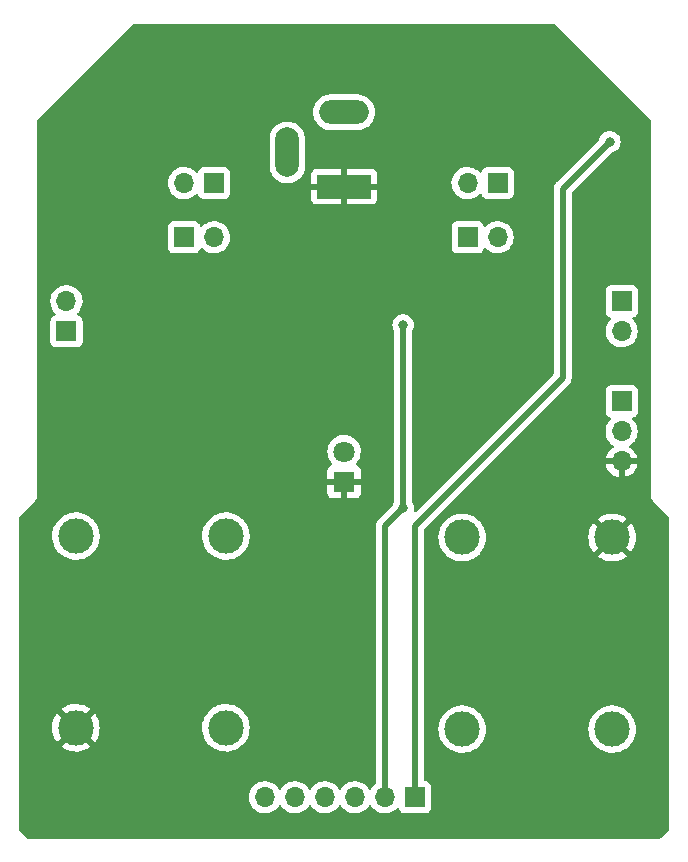
<source format=gbr>
%TF.GenerationSoftware,KiCad,Pcbnew,(6.0.7-1)-1*%
%TF.CreationDate,2022-09-17T19:20:11+02:00*%
%TF.ProjectId,overdrive,6f766572-6472-4697-9665-2e6b69636164,rev?*%
%TF.SameCoordinates,Original*%
%TF.FileFunction,Copper,L2,Bot*%
%TF.FilePolarity,Positive*%
%FSLAX46Y46*%
G04 Gerber Fmt 4.6, Leading zero omitted, Abs format (unit mm)*
G04 Created by KiCad (PCBNEW (6.0.7-1)-1) date 2022-09-17 19:20:11*
%MOMM*%
%LPD*%
G01*
G04 APERTURE LIST*
%TA.AperFunction,ComponentPad*%
%ADD10R,1.700000X1.700000*%
%TD*%
%TA.AperFunction,ComponentPad*%
%ADD11O,1.700000X1.700000*%
%TD*%
%TA.AperFunction,ComponentPad*%
%ADD12R,4.600000X2.000000*%
%TD*%
%TA.AperFunction,ComponentPad*%
%ADD13O,4.200000X2.000000*%
%TD*%
%TA.AperFunction,ComponentPad*%
%ADD14O,2.000000X4.200000*%
%TD*%
%TA.AperFunction,ComponentPad*%
%ADD15C,3.000000*%
%TD*%
%TA.AperFunction,ComponentPad*%
%ADD16R,1.800000X1.800000*%
%TD*%
%TA.AperFunction,ComponentPad*%
%ADD17C,1.800000*%
%TD*%
%TA.AperFunction,ViaPad*%
%ADD18C,0.800000*%
%TD*%
%TA.AperFunction,Conductor*%
%ADD19C,0.500000*%
%TD*%
G04 APERTURE END LIST*
D10*
%TO.P,J6,1,Pin_1*%
%TO.N,Net-(J6-Pad1)*%
X91000000Y-64000000D03*
D11*
%TO.P,J6,2,Pin_2*%
%TO.N,Net-(D5-Pad1)*%
X88460000Y-64000000D03*
%TD*%
D12*
%TO.P,J2,1*%
%TO.N,GNDREF*%
X78000000Y-64300000D03*
D13*
%TO.P,J2,2*%
%TO.N,/VCC_IN*%
X78000000Y-58000000D03*
D14*
%TO.P,J2,3*%
%TO.N,N/C*%
X73200000Y-61400000D03*
%TD*%
D10*
%TO.P,J5,1,Pin_1*%
%TO.N,Net-(D3-Pad2)*%
X67000000Y-64000000D03*
D11*
%TO.P,J5,2,Pin_2*%
%TO.N,Net-(C7-Pad2)*%
X64460000Y-64000000D03*
%TD*%
D10*
%TO.P,J3,1,Pin_1*%
%TO.N,Net-(C7-Pad1)*%
X54500000Y-76540000D03*
D11*
%TO.P,J3,2,Pin_2*%
%TO.N,Net-(C7-Pad2)*%
X54500000Y-74000000D03*
%TD*%
D15*
%TO.P,J1,S*%
%TO.N,GNDREF*%
X55300000Y-110115000D03*
%TO.P,J1,SN*%
%TO.N,unconnected-(J1-PadSN)*%
X55300000Y-93885000D03*
%TO.P,J1,T*%
%TO.N,/VIN_JACK*%
X68000000Y-110115000D03*
%TO.P,J1,TN*%
%TO.N,unconnected-(J1-PadTN)*%
X68000000Y-93885000D03*
%TD*%
D10*
%TO.P,J11,1,Pin_1*%
%TO.N,/VCC_SWITCH*%
X84000000Y-116000000D03*
D11*
%TO.P,J11,2,Pin_2*%
%TO.N,VCC*%
X81460000Y-116000000D03*
%TO.P,J11,3,Pin_3*%
%TO.N,unconnected-(J11-Pad3)*%
X78920000Y-116000000D03*
%TO.P,J11,4,Pin_4*%
%TO.N,/VOUT*%
X76380000Y-116000000D03*
%TO.P,J11,5,Pin_5*%
%TO.N,/VOUT_JACK*%
X73840000Y-116000000D03*
%TO.P,J11,6,Pin_6*%
%TO.N,/VOUT_BYPASS*%
X71300000Y-116000000D03*
%TD*%
D10*
%TO.P,J9,1,Pin_1*%
%TO.N,Net-(C12-Pad2)*%
X101500000Y-82475000D03*
D11*
%TO.P,J9,2,Pin_2*%
%TO.N,/VOUT*%
X101500000Y-85015000D03*
%TO.P,J9,3,Pin_3*%
%TO.N,GNDREF*%
X101500000Y-87555000D03*
%TD*%
D10*
%TO.P,J7,1,Pin_1*%
%TO.N,Net-(D5-Pad1)*%
X88460000Y-68580000D03*
D11*
%TO.P,J7,2,Pin_2*%
%TO.N,Net-(D5-Pad2)*%
X91000000Y-68580000D03*
%TD*%
D15*
%TO.P,J10,S*%
%TO.N,GNDREF*%
X100700000Y-94000000D03*
%TO.P,J10,SN*%
%TO.N,unconnected-(J10-PadSN)*%
X100700000Y-110230000D03*
%TO.P,J10,T*%
%TO.N,/VOUT_JACK*%
X88000000Y-94000000D03*
%TO.P,J10,TN*%
%TO.N,unconnected-(J10-PadTN)*%
X88000000Y-110230000D03*
%TD*%
D10*
%TO.P,J8,1,Pin_1*%
%TO.N,Net-(J6-Pad1)*%
X101500000Y-74000000D03*
D11*
%TO.P,J8,2,Pin_2*%
%TO.N,Net-(C11-Pad1)*%
X101500000Y-76540000D03*
%TD*%
D16*
%TO.P,D8,1,K*%
%TO.N,GNDREF*%
X78000000Y-89275000D03*
D17*
%TO.P,D8,2,A*%
%TO.N,Net-(D8-Pad2)*%
X78000000Y-86735000D03*
%TD*%
D10*
%TO.P,J4,1,Pin_1*%
%TO.N,Net-(D2-Pad1)*%
X64460000Y-68580000D03*
D11*
%TO.P,J4,2,Pin_2*%
%TO.N,Net-(D3-Pad2)*%
X67000000Y-68580000D03*
%TD*%
D18*
%TO.N,GNDREF*%
X88000000Y-103000000D03*
X75500000Y-81500000D03*
X61500000Y-97000000D03*
X61500000Y-86500000D03*
X67500000Y-103000000D03*
X99250000Y-56000000D03*
X95500000Y-60500000D03*
X91500000Y-90000000D03*
X95000000Y-52000000D03*
X61500000Y-108000000D03*
X59500000Y-77500000D03*
X53500000Y-68500000D03*
X53500000Y-103000000D03*
X69500000Y-60000000D03*
X53500000Y-117000000D03*
X93500000Y-79500000D03*
X102500000Y-117000000D03*
X77000000Y-72000000D03*
X61500000Y-117000000D03*
X95500000Y-86500000D03*
X84500000Y-79000000D03*
X94500000Y-97000000D03*
X86500000Y-74500000D03*
X98000000Y-78500000D03*
X62000000Y-60000000D03*
X86000000Y-81000000D03*
X80500000Y-71755000D03*
X78000000Y-97000000D03*
X83000000Y-70500000D03*
X58000000Y-55000000D03*
X85500000Y-66500000D03*
X78000000Y-52000000D03*
X102500000Y-103000000D03*
X68000000Y-90000000D03*
X73500000Y-80000000D03*
X71000000Y-113000000D03*
X102500000Y-69000000D03*
X59500000Y-74000000D03*
X70500000Y-79000000D03*
X93600000Y-55500000D03*
X102500000Y-60500000D03*
X88500000Y-86000000D03*
X53500000Y-82500000D03*
X79000000Y-111500000D03*
X78000000Y-55500000D03*
X53000000Y-60000000D03*
X94500000Y-117000000D03*
X74000000Y-74500000D03*
X74000000Y-68500000D03*
X68000000Y-84500000D03*
X94500000Y-108000000D03*
X53500000Y-90000000D03*
X87500000Y-55500000D03*
%TO.N,VCC*%
X83000000Y-91500000D03*
X83000000Y-76000000D03*
%TO.N,/VCC_SWITCH*%
X100500000Y-60500000D03*
%TD*%
D19*
%TO.N,VCC*%
X83000000Y-91500000D02*
X81460000Y-93040000D01*
X81460000Y-93040000D02*
X81460000Y-116000000D01*
X83000000Y-91500000D02*
X83000000Y-76000000D01*
%TO.N,/VCC_SWITCH*%
X84000000Y-93000000D02*
X84000000Y-116000000D01*
X100500000Y-60500000D02*
X96500000Y-64500000D01*
X96500000Y-80500000D02*
X84000000Y-93000000D01*
X96500000Y-64500000D02*
X96500000Y-80500000D01*
%TD*%
%TA.AperFunction,Conductor*%
%TO.N,GNDREF*%
G36*
X95805304Y-50528502D02*
G01*
X95826278Y-50545405D01*
X103954595Y-58673722D01*
X103988621Y-58736034D01*
X103991500Y-58762817D01*
X103991500Y-90428928D01*
X103990145Y-90441058D01*
X103990627Y-90441097D01*
X103989907Y-90450044D01*
X103987926Y-90458800D01*
X103988482Y-90467760D01*
X103991258Y-90512508D01*
X103991500Y-90520310D01*
X103991500Y-90536513D01*
X103992136Y-90540953D01*
X103992984Y-90546878D01*
X103994013Y-90556928D01*
X103994397Y-90563111D01*
X103996945Y-90604177D01*
X103999994Y-90612623D01*
X104000593Y-90615514D01*
X104004822Y-90632480D01*
X104005648Y-90635305D01*
X104006920Y-90644187D01*
X104026522Y-90687298D01*
X104030327Y-90696647D01*
X104046404Y-90741181D01*
X104051699Y-90748429D01*
X104053080Y-90751027D01*
X104061915Y-90766145D01*
X104063494Y-90768614D01*
X104067208Y-90776782D01*
X104098115Y-90812652D01*
X104104401Y-90820569D01*
X104109548Y-90827615D01*
X104109553Y-90827620D01*
X104112425Y-90831552D01*
X104123400Y-90842527D01*
X104129758Y-90849374D01*
X104162287Y-90887127D01*
X104169822Y-90892011D01*
X104176066Y-90897458D01*
X104187931Y-90907058D01*
X105454595Y-92173722D01*
X105488621Y-92236034D01*
X105491500Y-92262817D01*
X105491500Y-118737183D01*
X105471498Y-118805304D01*
X105454595Y-118826278D01*
X104826278Y-119454595D01*
X104763966Y-119488621D01*
X104737183Y-119491500D01*
X51262817Y-119491500D01*
X51194696Y-119471498D01*
X51173722Y-119454595D01*
X50545405Y-118826278D01*
X50511379Y-118763966D01*
X50508500Y-118737183D01*
X50508500Y-115966695D01*
X69937251Y-115966695D01*
X69950110Y-116189715D01*
X69951247Y-116194761D01*
X69951248Y-116194767D01*
X69975304Y-116301508D01*
X69999222Y-116407639D01*
X70083266Y-116614616D01*
X70120685Y-116675678D01*
X70197291Y-116800688D01*
X70199987Y-116805088D01*
X70346250Y-116973938D01*
X70518126Y-117116632D01*
X70711000Y-117229338D01*
X70919692Y-117309030D01*
X70924760Y-117310061D01*
X70924763Y-117310062D01*
X71032017Y-117331883D01*
X71138597Y-117353567D01*
X71143772Y-117353757D01*
X71143774Y-117353757D01*
X71356673Y-117361564D01*
X71356677Y-117361564D01*
X71361837Y-117361753D01*
X71366957Y-117361097D01*
X71366959Y-117361097D01*
X71578288Y-117334025D01*
X71578289Y-117334025D01*
X71583416Y-117333368D01*
X71588366Y-117331883D01*
X71792429Y-117270661D01*
X71792434Y-117270659D01*
X71797384Y-117269174D01*
X71997994Y-117170896D01*
X72179860Y-117041173D01*
X72338096Y-116883489D01*
X72397594Y-116800689D01*
X72468453Y-116702077D01*
X72469776Y-116703028D01*
X72516645Y-116659857D01*
X72586580Y-116647625D01*
X72652026Y-116675144D01*
X72679875Y-116706994D01*
X72739987Y-116805088D01*
X72886250Y-116973938D01*
X73058126Y-117116632D01*
X73251000Y-117229338D01*
X73459692Y-117309030D01*
X73464760Y-117310061D01*
X73464763Y-117310062D01*
X73572017Y-117331883D01*
X73678597Y-117353567D01*
X73683772Y-117353757D01*
X73683774Y-117353757D01*
X73896673Y-117361564D01*
X73896677Y-117361564D01*
X73901837Y-117361753D01*
X73906957Y-117361097D01*
X73906959Y-117361097D01*
X74118288Y-117334025D01*
X74118289Y-117334025D01*
X74123416Y-117333368D01*
X74128366Y-117331883D01*
X74332429Y-117270661D01*
X74332434Y-117270659D01*
X74337384Y-117269174D01*
X74537994Y-117170896D01*
X74719860Y-117041173D01*
X74878096Y-116883489D01*
X74937594Y-116800689D01*
X75008453Y-116702077D01*
X75009776Y-116703028D01*
X75056645Y-116659857D01*
X75126580Y-116647625D01*
X75192026Y-116675144D01*
X75219875Y-116706994D01*
X75279987Y-116805088D01*
X75426250Y-116973938D01*
X75598126Y-117116632D01*
X75791000Y-117229338D01*
X75999692Y-117309030D01*
X76004760Y-117310061D01*
X76004763Y-117310062D01*
X76112017Y-117331883D01*
X76218597Y-117353567D01*
X76223772Y-117353757D01*
X76223774Y-117353757D01*
X76436673Y-117361564D01*
X76436677Y-117361564D01*
X76441837Y-117361753D01*
X76446957Y-117361097D01*
X76446959Y-117361097D01*
X76658288Y-117334025D01*
X76658289Y-117334025D01*
X76663416Y-117333368D01*
X76668366Y-117331883D01*
X76872429Y-117270661D01*
X76872434Y-117270659D01*
X76877384Y-117269174D01*
X77077994Y-117170896D01*
X77259860Y-117041173D01*
X77418096Y-116883489D01*
X77477594Y-116800689D01*
X77548453Y-116702077D01*
X77549776Y-116703028D01*
X77596645Y-116659857D01*
X77666580Y-116647625D01*
X77732026Y-116675144D01*
X77759875Y-116706994D01*
X77819987Y-116805088D01*
X77966250Y-116973938D01*
X78138126Y-117116632D01*
X78331000Y-117229338D01*
X78539692Y-117309030D01*
X78544760Y-117310061D01*
X78544763Y-117310062D01*
X78652017Y-117331883D01*
X78758597Y-117353567D01*
X78763772Y-117353757D01*
X78763774Y-117353757D01*
X78976673Y-117361564D01*
X78976677Y-117361564D01*
X78981837Y-117361753D01*
X78986957Y-117361097D01*
X78986959Y-117361097D01*
X79198288Y-117334025D01*
X79198289Y-117334025D01*
X79203416Y-117333368D01*
X79208366Y-117331883D01*
X79412429Y-117270661D01*
X79412434Y-117270659D01*
X79417384Y-117269174D01*
X79617994Y-117170896D01*
X79799860Y-117041173D01*
X79958096Y-116883489D01*
X80017594Y-116800689D01*
X80088453Y-116702077D01*
X80089776Y-116703028D01*
X80136645Y-116659857D01*
X80206580Y-116647625D01*
X80272026Y-116675144D01*
X80299875Y-116706994D01*
X80359987Y-116805088D01*
X80506250Y-116973938D01*
X80678126Y-117116632D01*
X80871000Y-117229338D01*
X81079692Y-117309030D01*
X81084760Y-117310061D01*
X81084763Y-117310062D01*
X81192017Y-117331883D01*
X81298597Y-117353567D01*
X81303772Y-117353757D01*
X81303774Y-117353757D01*
X81516673Y-117361564D01*
X81516677Y-117361564D01*
X81521837Y-117361753D01*
X81526957Y-117361097D01*
X81526959Y-117361097D01*
X81738288Y-117334025D01*
X81738289Y-117334025D01*
X81743416Y-117333368D01*
X81748366Y-117331883D01*
X81952429Y-117270661D01*
X81952434Y-117270659D01*
X81957384Y-117269174D01*
X82157994Y-117170896D01*
X82339860Y-117041173D01*
X82448091Y-116933319D01*
X82510462Y-116899404D01*
X82581268Y-116904592D01*
X82638030Y-116947238D01*
X82655012Y-116978341D01*
X82699385Y-117096705D01*
X82786739Y-117213261D01*
X82903295Y-117300615D01*
X83039684Y-117351745D01*
X83101866Y-117358500D01*
X84898134Y-117358500D01*
X84960316Y-117351745D01*
X85096705Y-117300615D01*
X85213261Y-117213261D01*
X85300615Y-117096705D01*
X85351745Y-116960316D01*
X85358500Y-116898134D01*
X85358500Y-115101866D01*
X85351745Y-115039684D01*
X85300615Y-114903295D01*
X85213261Y-114786739D01*
X85096705Y-114699385D01*
X84960316Y-114648255D01*
X84898134Y-114641500D01*
X84884500Y-114641500D01*
X84816379Y-114621498D01*
X84769886Y-114567842D01*
X84758500Y-114515500D01*
X84758500Y-110208918D01*
X85986917Y-110208918D01*
X86002682Y-110482320D01*
X86003507Y-110486525D01*
X86003508Y-110486533D01*
X86003604Y-110487022D01*
X86055405Y-110751053D01*
X86056792Y-110755103D01*
X86056793Y-110755108D01*
X86125787Y-110956621D01*
X86144112Y-111010144D01*
X86146039Y-111013975D01*
X86238047Y-111196913D01*
X86267160Y-111254799D01*
X86269586Y-111258328D01*
X86269589Y-111258334D01*
X86378988Y-111417509D01*
X86422274Y-111480490D01*
X86606582Y-111683043D01*
X86609877Y-111685798D01*
X86609878Y-111685799D01*
X86643966Y-111714301D01*
X86816675Y-111858707D01*
X86820316Y-111860991D01*
X87045024Y-112001951D01*
X87045028Y-112001953D01*
X87048664Y-112004234D01*
X87116544Y-112034883D01*
X87294345Y-112115164D01*
X87294349Y-112115166D01*
X87298257Y-112116930D01*
X87312443Y-112121132D01*
X87556723Y-112193491D01*
X87556727Y-112193492D01*
X87560836Y-112194709D01*
X87565070Y-112195357D01*
X87565075Y-112195358D01*
X87827298Y-112235483D01*
X87827300Y-112235483D01*
X87831540Y-112236132D01*
X87970912Y-112238322D01*
X88101071Y-112240367D01*
X88101077Y-112240367D01*
X88105362Y-112240434D01*
X88377235Y-112207534D01*
X88642127Y-112138041D01*
X88646087Y-112136401D01*
X88646092Y-112136399D01*
X88782566Y-112079869D01*
X88895136Y-112033241D01*
X89095638Y-111916077D01*
X89127879Y-111897237D01*
X89127880Y-111897236D01*
X89131582Y-111895073D01*
X89347089Y-111726094D01*
X89358202Y-111714627D01*
X89471059Y-111598167D01*
X89537669Y-111529431D01*
X89540202Y-111525983D01*
X89540206Y-111525978D01*
X89697257Y-111312178D01*
X89699795Y-111308723D01*
X89727154Y-111258334D01*
X89828418Y-111071830D01*
X89828419Y-111071828D01*
X89830468Y-111068054D01*
X89878869Y-110939965D01*
X89925751Y-110815895D01*
X89925752Y-110815891D01*
X89927269Y-110811877D01*
X89988407Y-110544933D01*
X89993576Y-110487022D01*
X90012531Y-110274627D01*
X90012531Y-110274625D01*
X90012751Y-110272161D01*
X90013193Y-110230000D01*
X90011756Y-110208918D01*
X98686917Y-110208918D01*
X98702682Y-110482320D01*
X98703507Y-110486525D01*
X98703508Y-110486533D01*
X98703604Y-110487022D01*
X98755405Y-110751053D01*
X98756792Y-110755103D01*
X98756793Y-110755108D01*
X98825787Y-110956621D01*
X98844112Y-111010144D01*
X98846039Y-111013975D01*
X98938047Y-111196913D01*
X98967160Y-111254799D01*
X98969586Y-111258328D01*
X98969589Y-111258334D01*
X99078988Y-111417509D01*
X99122274Y-111480490D01*
X99306582Y-111683043D01*
X99309877Y-111685798D01*
X99309878Y-111685799D01*
X99343966Y-111714301D01*
X99516675Y-111858707D01*
X99520316Y-111860991D01*
X99745024Y-112001951D01*
X99745028Y-112001953D01*
X99748664Y-112004234D01*
X99816544Y-112034883D01*
X99994345Y-112115164D01*
X99994349Y-112115166D01*
X99998257Y-112116930D01*
X100012443Y-112121132D01*
X100256723Y-112193491D01*
X100256727Y-112193492D01*
X100260836Y-112194709D01*
X100265070Y-112195357D01*
X100265075Y-112195358D01*
X100527298Y-112235483D01*
X100527300Y-112235483D01*
X100531540Y-112236132D01*
X100670912Y-112238322D01*
X100801071Y-112240367D01*
X100801077Y-112240367D01*
X100805362Y-112240434D01*
X101077235Y-112207534D01*
X101342127Y-112138041D01*
X101346087Y-112136401D01*
X101346092Y-112136399D01*
X101482566Y-112079869D01*
X101595136Y-112033241D01*
X101795638Y-111916077D01*
X101827879Y-111897237D01*
X101827880Y-111897236D01*
X101831582Y-111895073D01*
X102047089Y-111726094D01*
X102058202Y-111714627D01*
X102171059Y-111598167D01*
X102237669Y-111529431D01*
X102240202Y-111525983D01*
X102240206Y-111525978D01*
X102397257Y-111312178D01*
X102399795Y-111308723D01*
X102427154Y-111258334D01*
X102528418Y-111071830D01*
X102528419Y-111071828D01*
X102530468Y-111068054D01*
X102578869Y-110939965D01*
X102625751Y-110815895D01*
X102625752Y-110815891D01*
X102627269Y-110811877D01*
X102688407Y-110544933D01*
X102693576Y-110487022D01*
X102712531Y-110274627D01*
X102712531Y-110274625D01*
X102712751Y-110272161D01*
X102713193Y-110230000D01*
X102708395Y-110159616D01*
X102694859Y-109961055D01*
X102694858Y-109961049D01*
X102694567Y-109956778D01*
X102639032Y-109688612D01*
X102547617Y-109430465D01*
X102422013Y-109187112D01*
X102412040Y-109172921D01*
X102267008Y-108966562D01*
X102264545Y-108963057D01*
X102154762Y-108844916D01*
X102081046Y-108765588D01*
X102081043Y-108765585D01*
X102078125Y-108762445D01*
X102074810Y-108759731D01*
X102074806Y-108759728D01*
X101869523Y-108591706D01*
X101866205Y-108588990D01*
X101632704Y-108445901D01*
X101628768Y-108444173D01*
X101385873Y-108337549D01*
X101385869Y-108337548D01*
X101381945Y-108335825D01*
X101118566Y-108260800D01*
X101114324Y-108260196D01*
X101114318Y-108260195D01*
X100913834Y-108231662D01*
X100847443Y-108222213D01*
X100703589Y-108221460D01*
X100577877Y-108220802D01*
X100577871Y-108220802D01*
X100573591Y-108220780D01*
X100569347Y-108221339D01*
X100569343Y-108221339D01*
X100450302Y-108237011D01*
X100302078Y-108256525D01*
X100297938Y-108257658D01*
X100297936Y-108257658D01*
X100225008Y-108277609D01*
X100037928Y-108328788D01*
X100033980Y-108330472D01*
X99789982Y-108434546D01*
X99789978Y-108434548D01*
X99786030Y-108436232D01*
X99717719Y-108477115D01*
X99554725Y-108574664D01*
X99554721Y-108574667D01*
X99551043Y-108576868D01*
X99337318Y-108748094D01*
X99148808Y-108946742D01*
X98989002Y-109169136D01*
X98860857Y-109411161D01*
X98859385Y-109415184D01*
X98859383Y-109415188D01*
X98807242Y-109557670D01*
X98766743Y-109668337D01*
X98708404Y-109935907D01*
X98686917Y-110208918D01*
X90011756Y-110208918D01*
X90008395Y-110159616D01*
X89994859Y-109961055D01*
X89994858Y-109961049D01*
X89994567Y-109956778D01*
X89939032Y-109688612D01*
X89847617Y-109430465D01*
X89722013Y-109187112D01*
X89712040Y-109172921D01*
X89567008Y-108966562D01*
X89564545Y-108963057D01*
X89454762Y-108844916D01*
X89381046Y-108765588D01*
X89381043Y-108765585D01*
X89378125Y-108762445D01*
X89374810Y-108759731D01*
X89374806Y-108759728D01*
X89169523Y-108591706D01*
X89166205Y-108588990D01*
X88932704Y-108445901D01*
X88928768Y-108444173D01*
X88685873Y-108337549D01*
X88685869Y-108337548D01*
X88681945Y-108335825D01*
X88418566Y-108260800D01*
X88414324Y-108260196D01*
X88414318Y-108260195D01*
X88213834Y-108231662D01*
X88147443Y-108222213D01*
X88003589Y-108221460D01*
X87877877Y-108220802D01*
X87877871Y-108220802D01*
X87873591Y-108220780D01*
X87869347Y-108221339D01*
X87869343Y-108221339D01*
X87750302Y-108237011D01*
X87602078Y-108256525D01*
X87597938Y-108257658D01*
X87597936Y-108257658D01*
X87525008Y-108277609D01*
X87337928Y-108328788D01*
X87333980Y-108330472D01*
X87089982Y-108434546D01*
X87089978Y-108434548D01*
X87086030Y-108436232D01*
X87017719Y-108477115D01*
X86854725Y-108574664D01*
X86854721Y-108574667D01*
X86851043Y-108576868D01*
X86637318Y-108748094D01*
X86448808Y-108946742D01*
X86289002Y-109169136D01*
X86160857Y-109411161D01*
X86159385Y-109415184D01*
X86159383Y-109415188D01*
X86107242Y-109557670D01*
X86066743Y-109668337D01*
X86008404Y-109935907D01*
X85986917Y-110208918D01*
X84758500Y-110208918D01*
X84758500Y-93978918D01*
X85986917Y-93978918D01*
X86002682Y-94252320D01*
X86003507Y-94256525D01*
X86003508Y-94256533D01*
X86024698Y-94364539D01*
X86055405Y-94521053D01*
X86056792Y-94525103D01*
X86056793Y-94525108D01*
X86125858Y-94726830D01*
X86144112Y-94780144D01*
X86267160Y-95024799D01*
X86269586Y-95028328D01*
X86269589Y-95028334D01*
X86398741Y-95216250D01*
X86422274Y-95250490D01*
X86606582Y-95453043D01*
X86816675Y-95628707D01*
X86820316Y-95630991D01*
X87045024Y-95771951D01*
X87045028Y-95771953D01*
X87048664Y-95774234D01*
X87116544Y-95804883D01*
X87294345Y-95885164D01*
X87294349Y-95885166D01*
X87298257Y-95886930D01*
X87302377Y-95888150D01*
X87302376Y-95888150D01*
X87556723Y-95963491D01*
X87556727Y-95963492D01*
X87560836Y-95964709D01*
X87565070Y-95965357D01*
X87565075Y-95965358D01*
X87827298Y-96005483D01*
X87827300Y-96005483D01*
X87831540Y-96006132D01*
X87970912Y-96008322D01*
X88101071Y-96010367D01*
X88101077Y-96010367D01*
X88105362Y-96010434D01*
X88377235Y-95977534D01*
X88642127Y-95908041D01*
X88646087Y-95906401D01*
X88646092Y-95906399D01*
X88781386Y-95850358D01*
X88895136Y-95803241D01*
X89131582Y-95665073D01*
X89227767Y-95589654D01*
X99475618Y-95589654D01*
X99482673Y-95599627D01*
X99513679Y-95625551D01*
X99520598Y-95630579D01*
X99745272Y-95771515D01*
X99752807Y-95775556D01*
X99994520Y-95884694D01*
X100002551Y-95887680D01*
X100256832Y-95963002D01*
X100265184Y-95964869D01*
X100527340Y-96004984D01*
X100535874Y-96005700D01*
X100801045Y-96009867D01*
X100809596Y-96009418D01*
X101072883Y-95977557D01*
X101081284Y-95975955D01*
X101337824Y-95908653D01*
X101345926Y-95905926D01*
X101590949Y-95804434D01*
X101598617Y-95800628D01*
X101827598Y-95666822D01*
X101834679Y-95662009D01*
X101914655Y-95599301D01*
X101923125Y-95587442D01*
X101916608Y-95575818D01*
X100712812Y-94372022D01*
X100698868Y-94364408D01*
X100697035Y-94364539D01*
X100690420Y-94368790D01*
X99482910Y-95576300D01*
X99475618Y-95589654D01*
X89227767Y-95589654D01*
X89347089Y-95496094D01*
X89388809Y-95453043D01*
X89471059Y-95368167D01*
X89537669Y-95299431D01*
X89540202Y-95295983D01*
X89540206Y-95295978D01*
X89697257Y-95082178D01*
X89699795Y-95078723D01*
X89701841Y-95074955D01*
X89828418Y-94841830D01*
X89828419Y-94841828D01*
X89830468Y-94838054D01*
X89878869Y-94709965D01*
X89925751Y-94585895D01*
X89925752Y-94585891D01*
X89927269Y-94581877D01*
X89988407Y-94314933D01*
X89994384Y-94247969D01*
X90012531Y-94044627D01*
X90012532Y-94044616D01*
X90012751Y-94042161D01*
X90013193Y-94000000D01*
X90012048Y-93983204D01*
X98687665Y-93983204D01*
X98702932Y-94247969D01*
X98704005Y-94256470D01*
X98755065Y-94516722D01*
X98757276Y-94524974D01*
X98843184Y-94775894D01*
X98846499Y-94783779D01*
X98965664Y-95020713D01*
X98970020Y-95028079D01*
X99099347Y-95216250D01*
X99109601Y-95224594D01*
X99123342Y-95217448D01*
X100327978Y-94012812D01*
X100334356Y-94001132D01*
X101064408Y-94001132D01*
X101064539Y-94002965D01*
X101068790Y-94009580D01*
X102275730Y-95216520D01*
X102287939Y-95223187D01*
X102299439Y-95214497D01*
X102396831Y-95081913D01*
X102401418Y-95074685D01*
X102527962Y-94841621D01*
X102531530Y-94833827D01*
X102625271Y-94585750D01*
X102627748Y-94577544D01*
X102686954Y-94319038D01*
X102688294Y-94310577D01*
X102712031Y-94044616D01*
X102712277Y-94039677D01*
X102712666Y-94002485D01*
X102712523Y-93997519D01*
X102694362Y-93731123D01*
X102693201Y-93722649D01*
X102639419Y-93462944D01*
X102637120Y-93454709D01*
X102548588Y-93204705D01*
X102545191Y-93196854D01*
X102423550Y-92961178D01*
X102419122Y-92953866D01*
X102300031Y-92784417D01*
X102289509Y-92776037D01*
X102276121Y-92783089D01*
X101072022Y-93987188D01*
X101064408Y-94001132D01*
X100334356Y-94001132D01*
X100335592Y-93998868D01*
X100335461Y-93997035D01*
X100331210Y-93990420D01*
X99123814Y-92783024D01*
X99111804Y-92776466D01*
X99100064Y-92785434D01*
X98991935Y-92935911D01*
X98987418Y-92943196D01*
X98863325Y-93177567D01*
X98859839Y-93185395D01*
X98768700Y-93434446D01*
X98766311Y-93442670D01*
X98709812Y-93701795D01*
X98708563Y-93710250D01*
X98687754Y-93974653D01*
X98687665Y-93983204D01*
X90012048Y-93983204D01*
X90008396Y-93929627D01*
X89994859Y-93731055D01*
X89994858Y-93731049D01*
X89994567Y-93726778D01*
X89939032Y-93458612D01*
X89847617Y-93200465D01*
X89722013Y-92957112D01*
X89713930Y-92945610D01*
X89567008Y-92736562D01*
X89564545Y-92733057D01*
X89445864Y-92605341D01*
X89381046Y-92535588D01*
X89381043Y-92535585D01*
X89378125Y-92532445D01*
X89374810Y-92529731D01*
X89374806Y-92529728D01*
X89231581Y-92412500D01*
X99476584Y-92412500D01*
X99482980Y-92423770D01*
X100687188Y-93627978D01*
X100701132Y-93635592D01*
X100702965Y-93635461D01*
X100709580Y-93631210D01*
X101916604Y-92424186D01*
X101923795Y-92411017D01*
X101916473Y-92400780D01*
X101869233Y-92362115D01*
X101862261Y-92357160D01*
X101636122Y-92218582D01*
X101628552Y-92214624D01*
X101385704Y-92108022D01*
X101377644Y-92105120D01*
X101122592Y-92032467D01*
X101114214Y-92030685D01*
X100851656Y-91993318D01*
X100843111Y-91992691D01*
X100577908Y-91991302D01*
X100569374Y-91991839D01*
X100306433Y-92026456D01*
X100298035Y-92028149D01*
X100042238Y-92098127D01*
X100034143Y-92100946D01*
X99790199Y-92204997D01*
X99782577Y-92208881D01*
X99555013Y-92345075D01*
X99547981Y-92349962D01*
X99485053Y-92400377D01*
X99476584Y-92412500D01*
X89231581Y-92412500D01*
X89169523Y-92361706D01*
X89166205Y-92358990D01*
X88932704Y-92215901D01*
X88920690Y-92210627D01*
X88685873Y-92107549D01*
X88685869Y-92107548D01*
X88681945Y-92105825D01*
X88418566Y-92030800D01*
X88414324Y-92030196D01*
X88414318Y-92030195D01*
X88213834Y-92001662D01*
X88147443Y-91992213D01*
X88003589Y-91991460D01*
X87877877Y-91990802D01*
X87877871Y-91990802D01*
X87873591Y-91990780D01*
X87869347Y-91991339D01*
X87869343Y-91991339D01*
X87750302Y-92007011D01*
X87602078Y-92026525D01*
X87597938Y-92027658D01*
X87597936Y-92027658D01*
X87571314Y-92034941D01*
X87337928Y-92098788D01*
X87333980Y-92100472D01*
X87089982Y-92204546D01*
X87089978Y-92204548D01*
X87086030Y-92206232D01*
X86991483Y-92262817D01*
X86854725Y-92344664D01*
X86854721Y-92344667D01*
X86851043Y-92346868D01*
X86637318Y-92518094D01*
X86533163Y-92627850D01*
X86460119Y-92704823D01*
X86448808Y-92716742D01*
X86289002Y-92939136D01*
X86160857Y-93181161D01*
X86159385Y-93185184D01*
X86159383Y-93185188D01*
X86103370Y-93338250D01*
X86066743Y-93438337D01*
X86008404Y-93705907D01*
X85986917Y-93978918D01*
X84758500Y-93978918D01*
X84758500Y-93366371D01*
X84778502Y-93298250D01*
X84795405Y-93277276D01*
X90249715Y-87822966D01*
X100168257Y-87822966D01*
X100198565Y-87957446D01*
X100201645Y-87967275D01*
X100281770Y-88164603D01*
X100286413Y-88173794D01*
X100397694Y-88355388D01*
X100403777Y-88363699D01*
X100543213Y-88524667D01*
X100550580Y-88531883D01*
X100714434Y-88667916D01*
X100722881Y-88673831D01*
X100906756Y-88781279D01*
X100916042Y-88785729D01*
X101115001Y-88861703D01*
X101124899Y-88864579D01*
X101228250Y-88885606D01*
X101242299Y-88884410D01*
X101246000Y-88874065D01*
X101246000Y-88873517D01*
X101754000Y-88873517D01*
X101758064Y-88887359D01*
X101771478Y-88889393D01*
X101778184Y-88888534D01*
X101788262Y-88886392D01*
X101992255Y-88825191D01*
X102001842Y-88821433D01*
X102193095Y-88727739D01*
X102201945Y-88722464D01*
X102375328Y-88598792D01*
X102383200Y-88592139D01*
X102534052Y-88441812D01*
X102540730Y-88433965D01*
X102665003Y-88261020D01*
X102670313Y-88252183D01*
X102764670Y-88061267D01*
X102768469Y-88051672D01*
X102830377Y-87847910D01*
X102832555Y-87837837D01*
X102833986Y-87826962D01*
X102831775Y-87812778D01*
X102818617Y-87809000D01*
X101772115Y-87809000D01*
X101756876Y-87813475D01*
X101755671Y-87814865D01*
X101754000Y-87822548D01*
X101754000Y-88873517D01*
X101246000Y-88873517D01*
X101246000Y-87827115D01*
X101241525Y-87811876D01*
X101240135Y-87810671D01*
X101232452Y-87809000D01*
X100183225Y-87809000D01*
X100169694Y-87812973D01*
X100168257Y-87822966D01*
X90249715Y-87822966D01*
X93090986Y-84981695D01*
X100137251Y-84981695D01*
X100137548Y-84986848D01*
X100137548Y-84986851D01*
X100143011Y-85081590D01*
X100150110Y-85204715D01*
X100151247Y-85209761D01*
X100151248Y-85209767D01*
X100171119Y-85297939D01*
X100199222Y-85422639D01*
X100283266Y-85629616D01*
X100399987Y-85820088D01*
X100546250Y-85988938D01*
X100718126Y-86131632D01*
X100791955Y-86174774D01*
X100840679Y-86226412D01*
X100853750Y-86296195D01*
X100827019Y-86361967D01*
X100786562Y-86395327D01*
X100778457Y-86399546D01*
X100769738Y-86405036D01*
X100599433Y-86532905D01*
X100591726Y-86539748D01*
X100444590Y-86693717D01*
X100438104Y-86701727D01*
X100318098Y-86877649D01*
X100313000Y-86886623D01*
X100223338Y-87079783D01*
X100219775Y-87089470D01*
X100164389Y-87289183D01*
X100165912Y-87297607D01*
X100178292Y-87301000D01*
X102818344Y-87301000D01*
X102831875Y-87297027D01*
X102833180Y-87287947D01*
X102791214Y-87120875D01*
X102787894Y-87111124D01*
X102702972Y-86915814D01*
X102698105Y-86906739D01*
X102582426Y-86727926D01*
X102576136Y-86719757D01*
X102432806Y-86562240D01*
X102425273Y-86555215D01*
X102258139Y-86423222D01*
X102249556Y-86417520D01*
X102212602Y-86397120D01*
X102162631Y-86346687D01*
X102147859Y-86277245D01*
X102172975Y-86210839D01*
X102200327Y-86184232D01*
X102223797Y-86167491D01*
X102379860Y-86056173D01*
X102399202Y-86036899D01*
X102534435Y-85902137D01*
X102538096Y-85898489D01*
X102597594Y-85815689D01*
X102665435Y-85721277D01*
X102668453Y-85717077D01*
X102674333Y-85705181D01*
X102765136Y-85521453D01*
X102765137Y-85521451D01*
X102767430Y-85516811D01*
X102825434Y-85325899D01*
X102830865Y-85308023D01*
X102830865Y-85308021D01*
X102832370Y-85303069D01*
X102861529Y-85081590D01*
X102863156Y-85015000D01*
X102844852Y-84792361D01*
X102790431Y-84575702D01*
X102701354Y-84370840D01*
X102580014Y-84183277D01*
X102576532Y-84179450D01*
X102432798Y-84021488D01*
X102401746Y-83957642D01*
X102410141Y-83887143D01*
X102455317Y-83832375D01*
X102481761Y-83818706D01*
X102588297Y-83778767D01*
X102596705Y-83775615D01*
X102713261Y-83688261D01*
X102800615Y-83571705D01*
X102851745Y-83435316D01*
X102858500Y-83373134D01*
X102858500Y-81576866D01*
X102851745Y-81514684D01*
X102800615Y-81378295D01*
X102713261Y-81261739D01*
X102596705Y-81174385D01*
X102460316Y-81123255D01*
X102398134Y-81116500D01*
X100601866Y-81116500D01*
X100539684Y-81123255D01*
X100403295Y-81174385D01*
X100286739Y-81261739D01*
X100199385Y-81378295D01*
X100148255Y-81514684D01*
X100141500Y-81576866D01*
X100141500Y-83373134D01*
X100148255Y-83435316D01*
X100199385Y-83571705D01*
X100286739Y-83688261D01*
X100403295Y-83775615D01*
X100411704Y-83778767D01*
X100411705Y-83778768D01*
X100520451Y-83819535D01*
X100577216Y-83862176D01*
X100601916Y-83928738D01*
X100586709Y-83998087D01*
X100567316Y-84024568D01*
X100440629Y-84157138D01*
X100314743Y-84341680D01*
X100220688Y-84544305D01*
X100160989Y-84759570D01*
X100137251Y-84981695D01*
X93090986Y-84981695D01*
X96988911Y-81083770D01*
X97003323Y-81071384D01*
X97014918Y-81062851D01*
X97014923Y-81062846D01*
X97020818Y-81058508D01*
X97025557Y-81052930D01*
X97025560Y-81052927D01*
X97055035Y-81018232D01*
X97061965Y-81010716D01*
X97067661Y-81005020D01*
X97069924Y-81002159D01*
X97069929Y-81002154D01*
X97085293Y-80982734D01*
X97088082Y-80979333D01*
X97130592Y-80929296D01*
X97130594Y-80929294D01*
X97135333Y-80923715D01*
X97138662Y-80917195D01*
X97142028Y-80912148D01*
X97145193Y-80907024D01*
X97149735Y-80901283D01*
X97180637Y-80835164D01*
X97182565Y-80831218D01*
X97212442Y-80772708D01*
X97212443Y-80772706D01*
X97215769Y-80766192D01*
X97217508Y-80759086D01*
X97219609Y-80753436D01*
X97221524Y-80747679D01*
X97224622Y-80741050D01*
X97239491Y-80669565D01*
X97240461Y-80665282D01*
X97256473Y-80599844D01*
X97257808Y-80594390D01*
X97258500Y-80583236D01*
X97258535Y-80583238D01*
X97258775Y-80579266D01*
X97259152Y-80575045D01*
X97260641Y-80567885D01*
X97258546Y-80490458D01*
X97258500Y-80487050D01*
X97258500Y-76506695D01*
X100137251Y-76506695D01*
X100137548Y-76511848D01*
X100137548Y-76511851D01*
X100143011Y-76606590D01*
X100150110Y-76729715D01*
X100151247Y-76734761D01*
X100151248Y-76734767D01*
X100171119Y-76822939D01*
X100199222Y-76947639D01*
X100283266Y-77154616D01*
X100399987Y-77345088D01*
X100546250Y-77513938D01*
X100718126Y-77656632D01*
X100911000Y-77769338D01*
X101119692Y-77849030D01*
X101124760Y-77850061D01*
X101124763Y-77850062D01*
X101232017Y-77871883D01*
X101338597Y-77893567D01*
X101343772Y-77893757D01*
X101343774Y-77893757D01*
X101556673Y-77901564D01*
X101556677Y-77901564D01*
X101561837Y-77901753D01*
X101566957Y-77901097D01*
X101566959Y-77901097D01*
X101778288Y-77874025D01*
X101778289Y-77874025D01*
X101783416Y-77873368D01*
X101788366Y-77871883D01*
X101992429Y-77810661D01*
X101992434Y-77810659D01*
X101997384Y-77809174D01*
X102197994Y-77710896D01*
X102379860Y-77581173D01*
X102538096Y-77423489D01*
X102597594Y-77340689D01*
X102665435Y-77246277D01*
X102668453Y-77242077D01*
X102767430Y-77041811D01*
X102832370Y-76828069D01*
X102861529Y-76606590D01*
X102863156Y-76540000D01*
X102844852Y-76317361D01*
X102790431Y-76100702D01*
X102701354Y-75895840D01*
X102580014Y-75708277D01*
X102576532Y-75704450D01*
X102432798Y-75546488D01*
X102401746Y-75482642D01*
X102410141Y-75412143D01*
X102455317Y-75357375D01*
X102481761Y-75343706D01*
X102588297Y-75303767D01*
X102596705Y-75300615D01*
X102713261Y-75213261D01*
X102800615Y-75096705D01*
X102851745Y-74960316D01*
X102858500Y-74898134D01*
X102858500Y-73101866D01*
X102851745Y-73039684D01*
X102800615Y-72903295D01*
X102713261Y-72786739D01*
X102596705Y-72699385D01*
X102460316Y-72648255D01*
X102398134Y-72641500D01*
X100601866Y-72641500D01*
X100539684Y-72648255D01*
X100403295Y-72699385D01*
X100286739Y-72786739D01*
X100199385Y-72903295D01*
X100148255Y-73039684D01*
X100141500Y-73101866D01*
X100141500Y-74898134D01*
X100148255Y-74960316D01*
X100199385Y-75096705D01*
X100286739Y-75213261D01*
X100403295Y-75300615D01*
X100411704Y-75303767D01*
X100411705Y-75303768D01*
X100520451Y-75344535D01*
X100577216Y-75387176D01*
X100601916Y-75453738D01*
X100586709Y-75523087D01*
X100567316Y-75549568D01*
X100440629Y-75682138D01*
X100314743Y-75866680D01*
X100299003Y-75900590D01*
X100255906Y-75993435D01*
X100220688Y-76069305D01*
X100160989Y-76284570D01*
X100137251Y-76506695D01*
X97258500Y-76506695D01*
X97258500Y-64866371D01*
X97278502Y-64798250D01*
X97295405Y-64777276D01*
X100656331Y-61416350D01*
X100719228Y-61382199D01*
X100775824Y-61370169D01*
X100775833Y-61370166D01*
X100782288Y-61368794D01*
X100788319Y-61366109D01*
X100950722Y-61293803D01*
X100950724Y-61293802D01*
X100956752Y-61291118D01*
X101111253Y-61178866D01*
X101239040Y-61036944D01*
X101334527Y-60871556D01*
X101393542Y-60689928D01*
X101413504Y-60500000D01*
X101393542Y-60310072D01*
X101334527Y-60128444D01*
X101239040Y-59963056D01*
X101208037Y-59928623D01*
X101115675Y-59826045D01*
X101115674Y-59826044D01*
X101111253Y-59821134D01*
X100956752Y-59708882D01*
X100950724Y-59706198D01*
X100950722Y-59706197D01*
X100788319Y-59633891D01*
X100788318Y-59633891D01*
X100782288Y-59631206D01*
X100688888Y-59611353D01*
X100601944Y-59592872D01*
X100601939Y-59592872D01*
X100595487Y-59591500D01*
X100404513Y-59591500D01*
X100398061Y-59592872D01*
X100398056Y-59592872D01*
X100311112Y-59611353D01*
X100217712Y-59631206D01*
X100211682Y-59633891D01*
X100211681Y-59633891D01*
X100049278Y-59706197D01*
X100049276Y-59706198D01*
X100043248Y-59708882D01*
X99888747Y-59821134D01*
X99884326Y-59826044D01*
X99884325Y-59826045D01*
X99791964Y-59928623D01*
X99760960Y-59963056D01*
X99665473Y-60128444D01*
X99663431Y-60134729D01*
X99610613Y-60297285D01*
X99579875Y-60347444D01*
X96011089Y-63916230D01*
X95996677Y-63928616D01*
X95985082Y-63937149D01*
X95985077Y-63937154D01*
X95979182Y-63941492D01*
X95974443Y-63947070D01*
X95974440Y-63947073D01*
X95944965Y-63981768D01*
X95938035Y-63989284D01*
X95932340Y-63994979D01*
X95930060Y-63997861D01*
X95914719Y-64017251D01*
X95911928Y-64020655D01*
X95890396Y-64046000D01*
X95864667Y-64076285D01*
X95861339Y-64082801D01*
X95857972Y-64087850D01*
X95854805Y-64092979D01*
X95850266Y-64098716D01*
X95819345Y-64164875D01*
X95817442Y-64168769D01*
X95784231Y-64233808D01*
X95782492Y-64240916D01*
X95780393Y-64246559D01*
X95778476Y-64252322D01*
X95775378Y-64258950D01*
X95773888Y-64266112D01*
X95773888Y-64266113D01*
X95760514Y-64330412D01*
X95759544Y-64334696D01*
X95742192Y-64405610D01*
X95741500Y-64416764D01*
X95741464Y-64416762D01*
X95741225Y-64420755D01*
X95740851Y-64424947D01*
X95739360Y-64432115D01*
X95739558Y-64439432D01*
X95741454Y-64509521D01*
X95741500Y-64512928D01*
X95741500Y-80133629D01*
X95721498Y-80201750D01*
X95704595Y-80222724D01*
X84099154Y-91828165D01*
X84036842Y-91862191D01*
X83966027Y-91857126D01*
X83909191Y-91814579D01*
X83884380Y-91748059D01*
X83890225Y-91700138D01*
X83893542Y-91689928D01*
X83913504Y-91500000D01*
X83893542Y-91310072D01*
X83834527Y-91128444D01*
X83775381Y-91026000D01*
X83758500Y-90963001D01*
X83758500Y-76536999D01*
X83775381Y-76473999D01*
X83831223Y-76377279D01*
X83831224Y-76377278D01*
X83834527Y-76371556D01*
X83893542Y-76189928D01*
X83913504Y-76000000D01*
X83903056Y-75900590D01*
X83894232Y-75816635D01*
X83894232Y-75816633D01*
X83893542Y-75810072D01*
X83834527Y-75628444D01*
X83739040Y-75463056D01*
X83670718Y-75387176D01*
X83615675Y-75326045D01*
X83615674Y-75326044D01*
X83611253Y-75321134D01*
X83494397Y-75236233D01*
X83462094Y-75212763D01*
X83462093Y-75212762D01*
X83456752Y-75208882D01*
X83450724Y-75206198D01*
X83450722Y-75206197D01*
X83288319Y-75133891D01*
X83288318Y-75133891D01*
X83282288Y-75131206D01*
X83187561Y-75111071D01*
X83101944Y-75092872D01*
X83101939Y-75092872D01*
X83095487Y-75091500D01*
X82904513Y-75091500D01*
X82898061Y-75092872D01*
X82898056Y-75092872D01*
X82812439Y-75111071D01*
X82717712Y-75131206D01*
X82711682Y-75133891D01*
X82711681Y-75133891D01*
X82549278Y-75206197D01*
X82549276Y-75206198D01*
X82543248Y-75208882D01*
X82537907Y-75212762D01*
X82537906Y-75212763D01*
X82505603Y-75236233D01*
X82388747Y-75321134D01*
X82384326Y-75326044D01*
X82384325Y-75326045D01*
X82329283Y-75387176D01*
X82260960Y-75463056D01*
X82165473Y-75628444D01*
X82106458Y-75810072D01*
X82105768Y-75816633D01*
X82105768Y-75816635D01*
X82096944Y-75900590D01*
X82086496Y-76000000D01*
X82106458Y-76189928D01*
X82165473Y-76371556D01*
X82168776Y-76377278D01*
X82168777Y-76377279D01*
X82224619Y-76473999D01*
X82241500Y-76536999D01*
X82241500Y-90963001D01*
X82224619Y-91026000D01*
X82165473Y-91128444D01*
X82163431Y-91134729D01*
X82110613Y-91297285D01*
X82079875Y-91347444D01*
X80971089Y-92456230D01*
X80956677Y-92468616D01*
X80945082Y-92477149D01*
X80945077Y-92477154D01*
X80939182Y-92481492D01*
X80934443Y-92487070D01*
X80934440Y-92487073D01*
X80904965Y-92521768D01*
X80898035Y-92529284D01*
X80892340Y-92534979D01*
X80890060Y-92537861D01*
X80874719Y-92557251D01*
X80871928Y-92560655D01*
X80829409Y-92610703D01*
X80824667Y-92616285D01*
X80821339Y-92622801D01*
X80817972Y-92627850D01*
X80814805Y-92632979D01*
X80810266Y-92638716D01*
X80779345Y-92704875D01*
X80777442Y-92708769D01*
X80744231Y-92773808D01*
X80742492Y-92780916D01*
X80740393Y-92786559D01*
X80738476Y-92792322D01*
X80735378Y-92798950D01*
X80733888Y-92806112D01*
X80733888Y-92806113D01*
X80720514Y-92870412D01*
X80719544Y-92874696D01*
X80702192Y-92945610D01*
X80701500Y-92956764D01*
X80701464Y-92956762D01*
X80701225Y-92960755D01*
X80700851Y-92964947D01*
X80699360Y-92972115D01*
X80699558Y-92979432D01*
X80701454Y-93049521D01*
X80701500Y-93052928D01*
X80701500Y-114807655D01*
X80681498Y-114875776D01*
X80651153Y-114908415D01*
X80646774Y-114911703D01*
X80554965Y-114980635D01*
X80551393Y-114984373D01*
X80461280Y-115078671D01*
X80400629Y-115142138D01*
X80293201Y-115299621D01*
X80238293Y-115344621D01*
X80167768Y-115352792D01*
X80104021Y-115321538D01*
X80083324Y-115297054D01*
X80002822Y-115172617D01*
X80002820Y-115172614D01*
X80000014Y-115168277D01*
X79849670Y-115003051D01*
X79845619Y-114999852D01*
X79845615Y-114999848D01*
X79678414Y-114867800D01*
X79678410Y-114867798D01*
X79674359Y-114864598D01*
X79478789Y-114756638D01*
X79473920Y-114754914D01*
X79473916Y-114754912D01*
X79273087Y-114683795D01*
X79273083Y-114683794D01*
X79268212Y-114682069D01*
X79263119Y-114681162D01*
X79263116Y-114681161D01*
X79053373Y-114643800D01*
X79053367Y-114643799D01*
X79048284Y-114642894D01*
X78974452Y-114641992D01*
X78830081Y-114640228D01*
X78830079Y-114640228D01*
X78824911Y-114640165D01*
X78604091Y-114673955D01*
X78391756Y-114743357D01*
X78193607Y-114846507D01*
X78189474Y-114849610D01*
X78189471Y-114849612D01*
X78019100Y-114977530D01*
X78014965Y-114980635D01*
X78011393Y-114984373D01*
X77921280Y-115078671D01*
X77860629Y-115142138D01*
X77753201Y-115299621D01*
X77698293Y-115344621D01*
X77627768Y-115352792D01*
X77564021Y-115321538D01*
X77543324Y-115297054D01*
X77462822Y-115172617D01*
X77462820Y-115172614D01*
X77460014Y-115168277D01*
X77309670Y-115003051D01*
X77305619Y-114999852D01*
X77305615Y-114999848D01*
X77138414Y-114867800D01*
X77138410Y-114867798D01*
X77134359Y-114864598D01*
X76938789Y-114756638D01*
X76933920Y-114754914D01*
X76933916Y-114754912D01*
X76733087Y-114683795D01*
X76733083Y-114683794D01*
X76728212Y-114682069D01*
X76723119Y-114681162D01*
X76723116Y-114681161D01*
X76513373Y-114643800D01*
X76513367Y-114643799D01*
X76508284Y-114642894D01*
X76434452Y-114641992D01*
X76290081Y-114640228D01*
X76290079Y-114640228D01*
X76284911Y-114640165D01*
X76064091Y-114673955D01*
X75851756Y-114743357D01*
X75653607Y-114846507D01*
X75649474Y-114849610D01*
X75649471Y-114849612D01*
X75479100Y-114977530D01*
X75474965Y-114980635D01*
X75471393Y-114984373D01*
X75381280Y-115078671D01*
X75320629Y-115142138D01*
X75213201Y-115299621D01*
X75158293Y-115344621D01*
X75087768Y-115352792D01*
X75024021Y-115321538D01*
X75003324Y-115297054D01*
X74922822Y-115172617D01*
X74922820Y-115172614D01*
X74920014Y-115168277D01*
X74769670Y-115003051D01*
X74765619Y-114999852D01*
X74765615Y-114999848D01*
X74598414Y-114867800D01*
X74598410Y-114867798D01*
X74594359Y-114864598D01*
X74398789Y-114756638D01*
X74393920Y-114754914D01*
X74393916Y-114754912D01*
X74193087Y-114683795D01*
X74193083Y-114683794D01*
X74188212Y-114682069D01*
X74183119Y-114681162D01*
X74183116Y-114681161D01*
X73973373Y-114643800D01*
X73973367Y-114643799D01*
X73968284Y-114642894D01*
X73894452Y-114641992D01*
X73750081Y-114640228D01*
X73750079Y-114640228D01*
X73744911Y-114640165D01*
X73524091Y-114673955D01*
X73311756Y-114743357D01*
X73113607Y-114846507D01*
X73109474Y-114849610D01*
X73109471Y-114849612D01*
X72939100Y-114977530D01*
X72934965Y-114980635D01*
X72931393Y-114984373D01*
X72841280Y-115078671D01*
X72780629Y-115142138D01*
X72673201Y-115299621D01*
X72618293Y-115344621D01*
X72547768Y-115352792D01*
X72484021Y-115321538D01*
X72463324Y-115297054D01*
X72382822Y-115172617D01*
X72382820Y-115172614D01*
X72380014Y-115168277D01*
X72229670Y-115003051D01*
X72225619Y-114999852D01*
X72225615Y-114999848D01*
X72058414Y-114867800D01*
X72058410Y-114867798D01*
X72054359Y-114864598D01*
X71858789Y-114756638D01*
X71853920Y-114754914D01*
X71853916Y-114754912D01*
X71653087Y-114683795D01*
X71653083Y-114683794D01*
X71648212Y-114682069D01*
X71643119Y-114681162D01*
X71643116Y-114681161D01*
X71433373Y-114643800D01*
X71433367Y-114643799D01*
X71428284Y-114642894D01*
X71354452Y-114641992D01*
X71210081Y-114640228D01*
X71210079Y-114640228D01*
X71204911Y-114640165D01*
X70984091Y-114673955D01*
X70771756Y-114743357D01*
X70573607Y-114846507D01*
X70569474Y-114849610D01*
X70569471Y-114849612D01*
X70399100Y-114977530D01*
X70394965Y-114980635D01*
X70391393Y-114984373D01*
X70301280Y-115078671D01*
X70240629Y-115142138D01*
X70114743Y-115326680D01*
X70020688Y-115529305D01*
X69960989Y-115744570D01*
X69937251Y-115966695D01*
X50508500Y-115966695D01*
X50508500Y-111704654D01*
X54075618Y-111704654D01*
X54082673Y-111714627D01*
X54113679Y-111740551D01*
X54120598Y-111745579D01*
X54345272Y-111886515D01*
X54352807Y-111890556D01*
X54594520Y-111999694D01*
X54602551Y-112002680D01*
X54856832Y-112078002D01*
X54865184Y-112079869D01*
X55127340Y-112119984D01*
X55135874Y-112120700D01*
X55401045Y-112124867D01*
X55409596Y-112124418D01*
X55672883Y-112092557D01*
X55681284Y-112090955D01*
X55937824Y-112023653D01*
X55945926Y-112020926D01*
X56190949Y-111919434D01*
X56198617Y-111915628D01*
X56427598Y-111781822D01*
X56434679Y-111777009D01*
X56514655Y-111714301D01*
X56523125Y-111702442D01*
X56516608Y-111690818D01*
X55312812Y-110487022D01*
X55298868Y-110479408D01*
X55297035Y-110479539D01*
X55290420Y-110483790D01*
X54082910Y-111691300D01*
X54075618Y-111704654D01*
X50508500Y-111704654D01*
X50508500Y-110098204D01*
X53287665Y-110098204D01*
X53302932Y-110362969D01*
X53304005Y-110371470D01*
X53355065Y-110631722D01*
X53357276Y-110639974D01*
X53443184Y-110890894D01*
X53446499Y-110898779D01*
X53565664Y-111135713D01*
X53570020Y-111143079D01*
X53699347Y-111331250D01*
X53709601Y-111339594D01*
X53723342Y-111332448D01*
X54927978Y-110127812D01*
X54934356Y-110116132D01*
X55664408Y-110116132D01*
X55664539Y-110117965D01*
X55668790Y-110124580D01*
X56875730Y-111331520D01*
X56887939Y-111338187D01*
X56899439Y-111329497D01*
X56996831Y-111196913D01*
X57001418Y-111189685D01*
X57127962Y-110956621D01*
X57131530Y-110948827D01*
X57225271Y-110700750D01*
X57227748Y-110692544D01*
X57286954Y-110434038D01*
X57288294Y-110425577D01*
X57312031Y-110159616D01*
X57312277Y-110154677D01*
X57312666Y-110117485D01*
X57312523Y-110112519D01*
X57311255Y-110093918D01*
X65986917Y-110093918D01*
X66002682Y-110367320D01*
X66003507Y-110371525D01*
X66003508Y-110371533D01*
X66026166Y-110487022D01*
X66055405Y-110636053D01*
X66056792Y-110640103D01*
X66056793Y-110640108D01*
X66114169Y-110807689D01*
X66144112Y-110895144D01*
X66267160Y-111139799D01*
X66269586Y-111143328D01*
X66269589Y-111143334D01*
X66398741Y-111331250D01*
X66422274Y-111365490D01*
X66606582Y-111568043D01*
X66816675Y-111743707D01*
X66820316Y-111745991D01*
X67045024Y-111886951D01*
X67045028Y-111886953D01*
X67048664Y-111889234D01*
X67116544Y-111919883D01*
X67294345Y-112000164D01*
X67294349Y-112000166D01*
X67298257Y-112001930D01*
X67311997Y-112006000D01*
X67556723Y-112078491D01*
X67556727Y-112078492D01*
X67560836Y-112079709D01*
X67565070Y-112080357D01*
X67565075Y-112080358D01*
X67827298Y-112120483D01*
X67827300Y-112120483D01*
X67831540Y-112121132D01*
X67970912Y-112123322D01*
X68101071Y-112125367D01*
X68101077Y-112125367D01*
X68105362Y-112125434D01*
X68377235Y-112092534D01*
X68642127Y-112023041D01*
X68646087Y-112021401D01*
X68646092Y-112021399D01*
X68768631Y-111970641D01*
X68895136Y-111918241D01*
X69131582Y-111780073D01*
X69347089Y-111611094D01*
X69388809Y-111568043D01*
X69534686Y-111417509D01*
X69537669Y-111414431D01*
X69540202Y-111410983D01*
X69540206Y-111410978D01*
X69697257Y-111197178D01*
X69699795Y-111193723D01*
X69701841Y-111189955D01*
X69828418Y-110956830D01*
X69828419Y-110956828D01*
X69830468Y-110953054D01*
X69885397Y-110807689D01*
X69925751Y-110700895D01*
X69925752Y-110700891D01*
X69927269Y-110696877D01*
X69988407Y-110429933D01*
X69994384Y-110362969D01*
X70012531Y-110159627D01*
X70012532Y-110159616D01*
X70012751Y-110157161D01*
X70013193Y-110115000D01*
X70011465Y-110089648D01*
X69994859Y-109846055D01*
X69994858Y-109846049D01*
X69994567Y-109841778D01*
X69939032Y-109573612D01*
X69847617Y-109315465D01*
X69722013Y-109072112D01*
X69712040Y-109057921D01*
X69567008Y-108851562D01*
X69564545Y-108848057D01*
X69487910Y-108765588D01*
X69381046Y-108650588D01*
X69381043Y-108650585D01*
X69378125Y-108647445D01*
X69374810Y-108644731D01*
X69374806Y-108644728D01*
X69169523Y-108476706D01*
X69166205Y-108473990D01*
X68932704Y-108330901D01*
X68928768Y-108329173D01*
X68685873Y-108222549D01*
X68685869Y-108222548D01*
X68681945Y-108220825D01*
X68418566Y-108145800D01*
X68414324Y-108145196D01*
X68414318Y-108145195D01*
X68213834Y-108116662D01*
X68147443Y-108107213D01*
X68003589Y-108106460D01*
X67877877Y-108105802D01*
X67877871Y-108105802D01*
X67873591Y-108105780D01*
X67869347Y-108106339D01*
X67869343Y-108106339D01*
X67750302Y-108122011D01*
X67602078Y-108141525D01*
X67597938Y-108142658D01*
X67597936Y-108142658D01*
X67525008Y-108162609D01*
X67337928Y-108213788D01*
X67333980Y-108215472D01*
X67089982Y-108319546D01*
X67089978Y-108319548D01*
X67086030Y-108321232D01*
X66967414Y-108392222D01*
X66854725Y-108459664D01*
X66854721Y-108459667D01*
X66851043Y-108461868D01*
X66637318Y-108633094D01*
X66448808Y-108831742D01*
X66289002Y-109054136D01*
X66160857Y-109296161D01*
X66159385Y-109300184D01*
X66159383Y-109300188D01*
X66117299Y-109415188D01*
X66066743Y-109553337D01*
X66008404Y-109820907D01*
X65986917Y-110093918D01*
X57311255Y-110093918D01*
X57294362Y-109846123D01*
X57293201Y-109837649D01*
X57239419Y-109577944D01*
X57237120Y-109569709D01*
X57148588Y-109319705D01*
X57145191Y-109311854D01*
X57023550Y-109076178D01*
X57019122Y-109068866D01*
X56900031Y-108899417D01*
X56889509Y-108891037D01*
X56876121Y-108898089D01*
X55672022Y-110102188D01*
X55664408Y-110116132D01*
X54934356Y-110116132D01*
X54935592Y-110113868D01*
X54935461Y-110112035D01*
X54931210Y-110105420D01*
X53723814Y-108898024D01*
X53711804Y-108891466D01*
X53700064Y-108900434D01*
X53591935Y-109050911D01*
X53587418Y-109058196D01*
X53463325Y-109292567D01*
X53459839Y-109300395D01*
X53368700Y-109549446D01*
X53366311Y-109557670D01*
X53309812Y-109816795D01*
X53308563Y-109825250D01*
X53287754Y-110089653D01*
X53287665Y-110098204D01*
X50508500Y-110098204D01*
X50508500Y-108527500D01*
X54076584Y-108527500D01*
X54082980Y-108538770D01*
X55287188Y-109742978D01*
X55301132Y-109750592D01*
X55302965Y-109750461D01*
X55309580Y-109746210D01*
X56516604Y-108539186D01*
X56523795Y-108526017D01*
X56516473Y-108515780D01*
X56469233Y-108477115D01*
X56462261Y-108472160D01*
X56236122Y-108333582D01*
X56228552Y-108329624D01*
X55985704Y-108223022D01*
X55977644Y-108220120D01*
X55722592Y-108147467D01*
X55714214Y-108145685D01*
X55451656Y-108108318D01*
X55443111Y-108107691D01*
X55177908Y-108106302D01*
X55169374Y-108106839D01*
X54906433Y-108141456D01*
X54898035Y-108143149D01*
X54642238Y-108213127D01*
X54634143Y-108215946D01*
X54390199Y-108319997D01*
X54382577Y-108323881D01*
X54155013Y-108460075D01*
X54147981Y-108464962D01*
X54085053Y-108515377D01*
X54076584Y-108527500D01*
X50508500Y-108527500D01*
X50508500Y-93863918D01*
X53286917Y-93863918D01*
X53302682Y-94137320D01*
X53303507Y-94141525D01*
X53303508Y-94141533D01*
X53333917Y-94296526D01*
X53355405Y-94406053D01*
X53356792Y-94410103D01*
X53356793Y-94410108D01*
X53414169Y-94577689D01*
X53444112Y-94665144D01*
X53567160Y-94909799D01*
X53569586Y-94913328D01*
X53569589Y-94913334D01*
X53680669Y-95074955D01*
X53722274Y-95135490D01*
X53725161Y-95138663D01*
X53725162Y-95138664D01*
X53796005Y-95216520D01*
X53906582Y-95338043D01*
X54116675Y-95513707D01*
X54120316Y-95515991D01*
X54345024Y-95656951D01*
X54345028Y-95656953D01*
X54348664Y-95659234D01*
X54416544Y-95689883D01*
X54594345Y-95770164D01*
X54594349Y-95770166D01*
X54598257Y-95771930D01*
X54611997Y-95776000D01*
X54856723Y-95848491D01*
X54856727Y-95848492D01*
X54860836Y-95849709D01*
X54865070Y-95850357D01*
X54865075Y-95850358D01*
X55127298Y-95890483D01*
X55127300Y-95890483D01*
X55131540Y-95891132D01*
X55270912Y-95893322D01*
X55401071Y-95895367D01*
X55401077Y-95895367D01*
X55405362Y-95895434D01*
X55677235Y-95862534D01*
X55942127Y-95793041D01*
X55946087Y-95791401D01*
X55946092Y-95791399D01*
X56068632Y-95740641D01*
X56195136Y-95688241D01*
X56346781Y-95599627D01*
X56427879Y-95552237D01*
X56427880Y-95552236D01*
X56431582Y-95550073D01*
X56647089Y-95381094D01*
X56688809Y-95338043D01*
X56805673Y-95217448D01*
X56837669Y-95184431D01*
X56840202Y-95180983D01*
X56840206Y-95180978D01*
X56997257Y-94967178D01*
X56999795Y-94963723D01*
X57027154Y-94913334D01*
X57128418Y-94726830D01*
X57128419Y-94726828D01*
X57130468Y-94723054D01*
X57185452Y-94577544D01*
X57225751Y-94470895D01*
X57225752Y-94470891D01*
X57227269Y-94466877D01*
X57261110Y-94319117D01*
X57287449Y-94204117D01*
X57287450Y-94204113D01*
X57288407Y-94199933D01*
X57302710Y-94039677D01*
X57312531Y-93929627D01*
X57312531Y-93929625D01*
X57312751Y-93927161D01*
X57313193Y-93885000D01*
X57311756Y-93863918D01*
X65986917Y-93863918D01*
X66002682Y-94137320D01*
X66003507Y-94141525D01*
X66003508Y-94141533D01*
X66033917Y-94296526D01*
X66055405Y-94406053D01*
X66056792Y-94410103D01*
X66056793Y-94410108D01*
X66114169Y-94577689D01*
X66144112Y-94665144D01*
X66267160Y-94909799D01*
X66269586Y-94913328D01*
X66269589Y-94913334D01*
X66380669Y-95074955D01*
X66422274Y-95135490D01*
X66425161Y-95138663D01*
X66425162Y-95138664D01*
X66496005Y-95216520D01*
X66606582Y-95338043D01*
X66816675Y-95513707D01*
X66820316Y-95515991D01*
X67045024Y-95656951D01*
X67045028Y-95656953D01*
X67048664Y-95659234D01*
X67116544Y-95689883D01*
X67294345Y-95770164D01*
X67294349Y-95770166D01*
X67298257Y-95771930D01*
X67311997Y-95776000D01*
X67556723Y-95848491D01*
X67556727Y-95848492D01*
X67560836Y-95849709D01*
X67565070Y-95850357D01*
X67565075Y-95850358D01*
X67827298Y-95890483D01*
X67827300Y-95890483D01*
X67831540Y-95891132D01*
X67970912Y-95893322D01*
X68101071Y-95895367D01*
X68101077Y-95895367D01*
X68105362Y-95895434D01*
X68377235Y-95862534D01*
X68642127Y-95793041D01*
X68646087Y-95791401D01*
X68646092Y-95791399D01*
X68768632Y-95740641D01*
X68895136Y-95688241D01*
X69046781Y-95599627D01*
X69127879Y-95552237D01*
X69127880Y-95552236D01*
X69131582Y-95550073D01*
X69347089Y-95381094D01*
X69388809Y-95338043D01*
X69505673Y-95217448D01*
X69537669Y-95184431D01*
X69540202Y-95180983D01*
X69540206Y-95180978D01*
X69697257Y-94967178D01*
X69699795Y-94963723D01*
X69727154Y-94913334D01*
X69828418Y-94726830D01*
X69828419Y-94726828D01*
X69830468Y-94723054D01*
X69885452Y-94577544D01*
X69925751Y-94470895D01*
X69925752Y-94470891D01*
X69927269Y-94466877D01*
X69961110Y-94319117D01*
X69987449Y-94204117D01*
X69987450Y-94204113D01*
X69988407Y-94199933D01*
X70002710Y-94039677D01*
X70012531Y-93929627D01*
X70012531Y-93929625D01*
X70012751Y-93927161D01*
X70013193Y-93885000D01*
X70002703Y-93731123D01*
X69994859Y-93616055D01*
X69994858Y-93616049D01*
X69994567Y-93611778D01*
X69939032Y-93343612D01*
X69847617Y-93085465D01*
X69751971Y-92900155D01*
X69723978Y-92845919D01*
X69723978Y-92845918D01*
X69722013Y-92842112D01*
X69716805Y-92834701D01*
X69598826Y-92666834D01*
X69564545Y-92618057D01*
X69487344Y-92534979D01*
X69381046Y-92420588D01*
X69381043Y-92420585D01*
X69378125Y-92417445D01*
X69374810Y-92414731D01*
X69374806Y-92414728D01*
X69169523Y-92246706D01*
X69166205Y-92243990D01*
X69001847Y-92143272D01*
X68936366Y-92103145D01*
X68936365Y-92103145D01*
X68932704Y-92100901D01*
X68928768Y-92099173D01*
X68685873Y-91992549D01*
X68685869Y-91992548D01*
X68681945Y-91990825D01*
X68418566Y-91915800D01*
X68414324Y-91915196D01*
X68414318Y-91915195D01*
X68213834Y-91886662D01*
X68147443Y-91877213D01*
X68003589Y-91876460D01*
X67877877Y-91875802D01*
X67877871Y-91875802D01*
X67873591Y-91875780D01*
X67869347Y-91876339D01*
X67869343Y-91876339D01*
X67750302Y-91892011D01*
X67602078Y-91911525D01*
X67597938Y-91912658D01*
X67597936Y-91912658D01*
X67525008Y-91932609D01*
X67337928Y-91983788D01*
X67333980Y-91985472D01*
X67089982Y-92089546D01*
X67089978Y-92089548D01*
X67086030Y-92091232D01*
X67057976Y-92108022D01*
X66854725Y-92229664D01*
X66854721Y-92229667D01*
X66851043Y-92231868D01*
X66637318Y-92403094D01*
X66562921Y-92481492D01*
X66461997Y-92587844D01*
X66448808Y-92601742D01*
X66289002Y-92824136D01*
X66160857Y-93066161D01*
X66159385Y-93070184D01*
X66159383Y-93070188D01*
X66070094Y-93314181D01*
X66066743Y-93323337D01*
X66008404Y-93590907D01*
X65986917Y-93863918D01*
X57311756Y-93863918D01*
X57302703Y-93731123D01*
X57294859Y-93616055D01*
X57294858Y-93616049D01*
X57294567Y-93611778D01*
X57239032Y-93343612D01*
X57147617Y-93085465D01*
X57051971Y-92900155D01*
X57023978Y-92845919D01*
X57023978Y-92845918D01*
X57022013Y-92842112D01*
X57016805Y-92834701D01*
X56898826Y-92666834D01*
X56864545Y-92618057D01*
X56787344Y-92534979D01*
X56681046Y-92420588D01*
X56681043Y-92420585D01*
X56678125Y-92417445D01*
X56674810Y-92414731D01*
X56674806Y-92414728D01*
X56469523Y-92246706D01*
X56466205Y-92243990D01*
X56301847Y-92143272D01*
X56236366Y-92103145D01*
X56236365Y-92103145D01*
X56232704Y-92100901D01*
X56228768Y-92099173D01*
X55985873Y-91992549D01*
X55985869Y-91992548D01*
X55981945Y-91990825D01*
X55718566Y-91915800D01*
X55714324Y-91915196D01*
X55714318Y-91915195D01*
X55513834Y-91886662D01*
X55447443Y-91877213D01*
X55303589Y-91876460D01*
X55177877Y-91875802D01*
X55177871Y-91875802D01*
X55173591Y-91875780D01*
X55169347Y-91876339D01*
X55169343Y-91876339D01*
X55050302Y-91892011D01*
X54902078Y-91911525D01*
X54897938Y-91912658D01*
X54897936Y-91912658D01*
X54825008Y-91932609D01*
X54637928Y-91983788D01*
X54633980Y-91985472D01*
X54389982Y-92089546D01*
X54389978Y-92089548D01*
X54386030Y-92091232D01*
X54357976Y-92108022D01*
X54154725Y-92229664D01*
X54154721Y-92229667D01*
X54151043Y-92231868D01*
X53937318Y-92403094D01*
X53862921Y-92481492D01*
X53761997Y-92587844D01*
X53748808Y-92601742D01*
X53589002Y-92824136D01*
X53460857Y-93066161D01*
X53459385Y-93070184D01*
X53459383Y-93070188D01*
X53370094Y-93314181D01*
X53366743Y-93323337D01*
X53308404Y-93590907D01*
X53286917Y-93863918D01*
X50508500Y-93863918D01*
X50508500Y-92262817D01*
X50528502Y-92194696D01*
X50545405Y-92173722D01*
X51809304Y-90909823D01*
X51818844Y-90902200D01*
X51818530Y-90901832D01*
X51825366Y-90896014D01*
X51832958Y-90891224D01*
X51868593Y-90850875D01*
X51873939Y-90845188D01*
X51885382Y-90833745D01*
X51891659Y-90825370D01*
X51898033Y-90817541D01*
X51929378Y-90782049D01*
X51933192Y-90773926D01*
X51934826Y-90771438D01*
X51943814Y-90756477D01*
X51945230Y-90753891D01*
X51950616Y-90746705D01*
X51967244Y-90702350D01*
X51971164Y-90693048D01*
X51971706Y-90691893D01*
X51991281Y-90650200D01*
X51992662Y-90641334D01*
X51993518Y-90638533D01*
X51997962Y-90621596D01*
X51998595Y-90618716D01*
X52001744Y-90610316D01*
X52005252Y-90563111D01*
X52006406Y-90553063D01*
X52007750Y-90544429D01*
X52008500Y-90539614D01*
X52008500Y-90524077D01*
X52008847Y-90514739D01*
X52011874Y-90474010D01*
X52011874Y-90474009D01*
X52012539Y-90465059D01*
X52010666Y-90456284D01*
X52010103Y-90448027D01*
X52008500Y-90432838D01*
X52008500Y-90219669D01*
X76592001Y-90219669D01*
X76592371Y-90226490D01*
X76597895Y-90277352D01*
X76601521Y-90292604D01*
X76646676Y-90413054D01*
X76655214Y-90428649D01*
X76731715Y-90530724D01*
X76744276Y-90543285D01*
X76846351Y-90619786D01*
X76861946Y-90628324D01*
X76982394Y-90673478D01*
X76997649Y-90677105D01*
X77048514Y-90682631D01*
X77055328Y-90683000D01*
X77727885Y-90683000D01*
X77743124Y-90678525D01*
X77744329Y-90677135D01*
X77746000Y-90669452D01*
X77746000Y-90664884D01*
X78254000Y-90664884D01*
X78258475Y-90680123D01*
X78259865Y-90681328D01*
X78267548Y-90682999D01*
X78944669Y-90682999D01*
X78951490Y-90682629D01*
X79002352Y-90677105D01*
X79017604Y-90673479D01*
X79138054Y-90628324D01*
X79153649Y-90619786D01*
X79255724Y-90543285D01*
X79268285Y-90530724D01*
X79344786Y-90428649D01*
X79353324Y-90413054D01*
X79398478Y-90292606D01*
X79402105Y-90277351D01*
X79407631Y-90226486D01*
X79408000Y-90219672D01*
X79408000Y-89547115D01*
X79403525Y-89531876D01*
X79402135Y-89530671D01*
X79394452Y-89529000D01*
X78272115Y-89529000D01*
X78256876Y-89533475D01*
X78255671Y-89534865D01*
X78254000Y-89542548D01*
X78254000Y-90664884D01*
X77746000Y-90664884D01*
X77746000Y-89547115D01*
X77741525Y-89531876D01*
X77740135Y-89530671D01*
X77732452Y-89529000D01*
X76610116Y-89529000D01*
X76594877Y-89533475D01*
X76593672Y-89534865D01*
X76592001Y-89542548D01*
X76592001Y-90219669D01*
X52008500Y-90219669D01*
X52008500Y-86700469D01*
X76587095Y-86700469D01*
X76587392Y-86705622D01*
X76587392Y-86705625D01*
X76593067Y-86804041D01*
X76600427Y-86931697D01*
X76601564Y-86936743D01*
X76601565Y-86936749D01*
X76633741Y-87079523D01*
X76651346Y-87157642D01*
X76653288Y-87162424D01*
X76653289Y-87162428D01*
X76736540Y-87367450D01*
X76738484Y-87372237D01*
X76859501Y-87569719D01*
X76862882Y-87573622D01*
X76971653Y-87699191D01*
X77001135Y-87763776D01*
X76991020Y-87834049D01*
X76944519Y-87887697D01*
X76920646Y-87899670D01*
X76861944Y-87921677D01*
X76846351Y-87930214D01*
X76744276Y-88006715D01*
X76731715Y-88019276D01*
X76655214Y-88121351D01*
X76646676Y-88136946D01*
X76601522Y-88257394D01*
X76597895Y-88272649D01*
X76592369Y-88323514D01*
X76592000Y-88330328D01*
X76592000Y-89002885D01*
X76596475Y-89018124D01*
X76597865Y-89019329D01*
X76605548Y-89021000D01*
X79389884Y-89021000D01*
X79405123Y-89016525D01*
X79406328Y-89015135D01*
X79407999Y-89007452D01*
X79407999Y-88330331D01*
X79407629Y-88323510D01*
X79402105Y-88272648D01*
X79398479Y-88257396D01*
X79353324Y-88136946D01*
X79344786Y-88121351D01*
X79268285Y-88019276D01*
X79255724Y-88006715D01*
X79153649Y-87930214D01*
X79138052Y-87921675D01*
X79079415Y-87899693D01*
X79022650Y-87857052D01*
X78997950Y-87790490D01*
X79013157Y-87721141D01*
X79034703Y-87692461D01*
X79072641Y-87654654D01*
X79076303Y-87651005D01*
X79211458Y-87462917D01*
X79258641Y-87367450D01*
X79311784Y-87259922D01*
X79311785Y-87259920D01*
X79314078Y-87255280D01*
X79381408Y-87033671D01*
X79411640Y-86804041D01*
X79413327Y-86735000D01*
X79407032Y-86658434D01*
X79394773Y-86509318D01*
X79394772Y-86509312D01*
X79394349Y-86504167D01*
X79337925Y-86279533D01*
X79335866Y-86274797D01*
X79247630Y-86071868D01*
X79247628Y-86071865D01*
X79245570Y-86067131D01*
X79119764Y-85872665D01*
X78963887Y-85701358D01*
X78959836Y-85698159D01*
X78959832Y-85698155D01*
X78786177Y-85561011D01*
X78786172Y-85561008D01*
X78782123Y-85557810D01*
X78777607Y-85555317D01*
X78777604Y-85555315D01*
X78583879Y-85448373D01*
X78583875Y-85448371D01*
X78579355Y-85445876D01*
X78574486Y-85444152D01*
X78574482Y-85444150D01*
X78365903Y-85370288D01*
X78365899Y-85370287D01*
X78361028Y-85368562D01*
X78355935Y-85367655D01*
X78355932Y-85367654D01*
X78138095Y-85328851D01*
X78138089Y-85328850D01*
X78133006Y-85327945D01*
X78060096Y-85327054D01*
X77906581Y-85325179D01*
X77906579Y-85325179D01*
X77901411Y-85325116D01*
X77672464Y-85360150D01*
X77452314Y-85432106D01*
X77447726Y-85434494D01*
X77447722Y-85434496D01*
X77280679Y-85521453D01*
X77246872Y-85539052D01*
X77242739Y-85542155D01*
X77242736Y-85542157D01*
X77065790Y-85675012D01*
X77061655Y-85678117D01*
X77058083Y-85681855D01*
X76922256Y-85823990D01*
X76901639Y-85845564D01*
X76898725Y-85849836D01*
X76898724Y-85849837D01*
X76883152Y-85872665D01*
X76771119Y-86036899D01*
X76673602Y-86246981D01*
X76611707Y-86470169D01*
X76587095Y-86700469D01*
X52008500Y-86700469D01*
X52008500Y-73966695D01*
X53137251Y-73966695D01*
X53137548Y-73971848D01*
X53137548Y-73971851D01*
X53143011Y-74066590D01*
X53150110Y-74189715D01*
X53151247Y-74194761D01*
X53151248Y-74194767D01*
X53171119Y-74282939D01*
X53199222Y-74407639D01*
X53283266Y-74614616D01*
X53399987Y-74805088D01*
X53546250Y-74973938D01*
X53550230Y-74977242D01*
X53554981Y-74981187D01*
X53594616Y-75040090D01*
X53596113Y-75111071D01*
X53558997Y-75171593D01*
X53518725Y-75196112D01*
X53458627Y-75218642D01*
X53403295Y-75239385D01*
X53286739Y-75326739D01*
X53199385Y-75443295D01*
X53148255Y-75579684D01*
X53141500Y-75641866D01*
X53141500Y-77438134D01*
X53148255Y-77500316D01*
X53199385Y-77636705D01*
X53286739Y-77753261D01*
X53403295Y-77840615D01*
X53539684Y-77891745D01*
X53601866Y-77898500D01*
X55398134Y-77898500D01*
X55460316Y-77891745D01*
X55596705Y-77840615D01*
X55713261Y-77753261D01*
X55800615Y-77636705D01*
X55851745Y-77500316D01*
X55858500Y-77438134D01*
X55858500Y-75641866D01*
X55851745Y-75579684D01*
X55800615Y-75443295D01*
X55713261Y-75326739D01*
X55596705Y-75239385D01*
X55584132Y-75234672D01*
X55478203Y-75194960D01*
X55421439Y-75152318D01*
X55396739Y-75085756D01*
X55411947Y-75016408D01*
X55433493Y-74987727D01*
X55461000Y-74960316D01*
X55538096Y-74883489D01*
X55597594Y-74800689D01*
X55665435Y-74706277D01*
X55668453Y-74702077D01*
X55767430Y-74501811D01*
X55832370Y-74288069D01*
X55861529Y-74066590D01*
X55863156Y-74000000D01*
X55844852Y-73777361D01*
X55790431Y-73560702D01*
X55701354Y-73355840D01*
X55580014Y-73168277D01*
X55429670Y-73003051D01*
X55425619Y-72999852D01*
X55425615Y-72999848D01*
X55258414Y-72867800D01*
X55258410Y-72867798D01*
X55254359Y-72864598D01*
X55058789Y-72756638D01*
X55053920Y-72754914D01*
X55053916Y-72754912D01*
X54853087Y-72683795D01*
X54853083Y-72683794D01*
X54848212Y-72682069D01*
X54843119Y-72681162D01*
X54843116Y-72681161D01*
X54633373Y-72643800D01*
X54633367Y-72643799D01*
X54628284Y-72642894D01*
X54554452Y-72641992D01*
X54410081Y-72640228D01*
X54410079Y-72640228D01*
X54404911Y-72640165D01*
X54184091Y-72673955D01*
X53971756Y-72743357D01*
X53773607Y-72846507D01*
X53769474Y-72849610D01*
X53769471Y-72849612D01*
X53599100Y-72977530D01*
X53594965Y-72980635D01*
X53440629Y-73142138D01*
X53314743Y-73326680D01*
X53220688Y-73529305D01*
X53160989Y-73744570D01*
X53137251Y-73966695D01*
X52008500Y-73966695D01*
X52008500Y-69478134D01*
X63101500Y-69478134D01*
X63108255Y-69540316D01*
X63159385Y-69676705D01*
X63246739Y-69793261D01*
X63363295Y-69880615D01*
X63499684Y-69931745D01*
X63561866Y-69938500D01*
X65358134Y-69938500D01*
X65420316Y-69931745D01*
X65556705Y-69880615D01*
X65673261Y-69793261D01*
X65760615Y-69676705D01*
X65782799Y-69617529D01*
X65804598Y-69559382D01*
X65847240Y-69502618D01*
X65913802Y-69477918D01*
X65983150Y-69493126D01*
X66017817Y-69521114D01*
X66046250Y-69553938D01*
X66218126Y-69696632D01*
X66411000Y-69809338D01*
X66619692Y-69889030D01*
X66624760Y-69890061D01*
X66624763Y-69890062D01*
X66732017Y-69911883D01*
X66838597Y-69933567D01*
X66843772Y-69933757D01*
X66843774Y-69933757D01*
X67056673Y-69941564D01*
X67056677Y-69941564D01*
X67061837Y-69941753D01*
X67066957Y-69941097D01*
X67066959Y-69941097D01*
X67278288Y-69914025D01*
X67278289Y-69914025D01*
X67283416Y-69913368D01*
X67288366Y-69911883D01*
X67492429Y-69850661D01*
X67492434Y-69850659D01*
X67497384Y-69849174D01*
X67697994Y-69750896D01*
X67879860Y-69621173D01*
X68023400Y-69478134D01*
X87101500Y-69478134D01*
X87108255Y-69540316D01*
X87159385Y-69676705D01*
X87246739Y-69793261D01*
X87363295Y-69880615D01*
X87499684Y-69931745D01*
X87561866Y-69938500D01*
X89358134Y-69938500D01*
X89420316Y-69931745D01*
X89556705Y-69880615D01*
X89673261Y-69793261D01*
X89760615Y-69676705D01*
X89782799Y-69617529D01*
X89804598Y-69559382D01*
X89847240Y-69502618D01*
X89913802Y-69477918D01*
X89983150Y-69493126D01*
X90017817Y-69521114D01*
X90046250Y-69553938D01*
X90218126Y-69696632D01*
X90411000Y-69809338D01*
X90619692Y-69889030D01*
X90624760Y-69890061D01*
X90624763Y-69890062D01*
X90732017Y-69911883D01*
X90838597Y-69933567D01*
X90843772Y-69933757D01*
X90843774Y-69933757D01*
X91056673Y-69941564D01*
X91056677Y-69941564D01*
X91061837Y-69941753D01*
X91066957Y-69941097D01*
X91066959Y-69941097D01*
X91278288Y-69914025D01*
X91278289Y-69914025D01*
X91283416Y-69913368D01*
X91288366Y-69911883D01*
X91492429Y-69850661D01*
X91492434Y-69850659D01*
X91497384Y-69849174D01*
X91697994Y-69750896D01*
X91879860Y-69621173D01*
X92038096Y-69463489D01*
X92168453Y-69282077D01*
X92267430Y-69081811D01*
X92332370Y-68868069D01*
X92361529Y-68646590D01*
X92363156Y-68580000D01*
X92344852Y-68357361D01*
X92290431Y-68140702D01*
X92201354Y-67935840D01*
X92080014Y-67748277D01*
X91929670Y-67583051D01*
X91925619Y-67579852D01*
X91925615Y-67579848D01*
X91758414Y-67447800D01*
X91758410Y-67447798D01*
X91754359Y-67444598D01*
X91558789Y-67336638D01*
X91553920Y-67334914D01*
X91553916Y-67334912D01*
X91353087Y-67263795D01*
X91353083Y-67263794D01*
X91348212Y-67262069D01*
X91343119Y-67261162D01*
X91343116Y-67261161D01*
X91133373Y-67223800D01*
X91133367Y-67223799D01*
X91128284Y-67222894D01*
X91054452Y-67221992D01*
X90910081Y-67220228D01*
X90910079Y-67220228D01*
X90904911Y-67220165D01*
X90684091Y-67253955D01*
X90471756Y-67323357D01*
X90273607Y-67426507D01*
X90269474Y-67429610D01*
X90269471Y-67429612D01*
X90099100Y-67557530D01*
X90094965Y-67560635D01*
X90038537Y-67619684D01*
X90014283Y-67645064D01*
X89952759Y-67680494D01*
X89881846Y-67677037D01*
X89824060Y-67635791D01*
X89805207Y-67602243D01*
X89763767Y-67491703D01*
X89760615Y-67483295D01*
X89673261Y-67366739D01*
X89556705Y-67279385D01*
X89420316Y-67228255D01*
X89358134Y-67221500D01*
X87561866Y-67221500D01*
X87499684Y-67228255D01*
X87363295Y-67279385D01*
X87246739Y-67366739D01*
X87159385Y-67483295D01*
X87108255Y-67619684D01*
X87101500Y-67681866D01*
X87101500Y-69478134D01*
X68023400Y-69478134D01*
X68038096Y-69463489D01*
X68168453Y-69282077D01*
X68267430Y-69081811D01*
X68332370Y-68868069D01*
X68361529Y-68646590D01*
X68363156Y-68580000D01*
X68344852Y-68357361D01*
X68290431Y-68140702D01*
X68201354Y-67935840D01*
X68080014Y-67748277D01*
X67929670Y-67583051D01*
X67925619Y-67579852D01*
X67925615Y-67579848D01*
X67758414Y-67447800D01*
X67758410Y-67447798D01*
X67754359Y-67444598D01*
X67558789Y-67336638D01*
X67553920Y-67334914D01*
X67553916Y-67334912D01*
X67353087Y-67263795D01*
X67353083Y-67263794D01*
X67348212Y-67262069D01*
X67343119Y-67261162D01*
X67343116Y-67261161D01*
X67133373Y-67223800D01*
X67133367Y-67223799D01*
X67128284Y-67222894D01*
X67054452Y-67221992D01*
X66910081Y-67220228D01*
X66910079Y-67220228D01*
X66904911Y-67220165D01*
X66684091Y-67253955D01*
X66471756Y-67323357D01*
X66273607Y-67426507D01*
X66269474Y-67429610D01*
X66269471Y-67429612D01*
X66099100Y-67557530D01*
X66094965Y-67560635D01*
X66038537Y-67619684D01*
X66014283Y-67645064D01*
X65952759Y-67680494D01*
X65881846Y-67677037D01*
X65824060Y-67635791D01*
X65805207Y-67602243D01*
X65763767Y-67491703D01*
X65760615Y-67483295D01*
X65673261Y-67366739D01*
X65556705Y-67279385D01*
X65420316Y-67228255D01*
X65358134Y-67221500D01*
X63561866Y-67221500D01*
X63499684Y-67228255D01*
X63363295Y-67279385D01*
X63246739Y-67366739D01*
X63159385Y-67483295D01*
X63108255Y-67619684D01*
X63101500Y-67681866D01*
X63101500Y-69478134D01*
X52008500Y-69478134D01*
X52008500Y-63966695D01*
X63097251Y-63966695D01*
X63097548Y-63971848D01*
X63097548Y-63971851D01*
X63104257Y-64088211D01*
X63110110Y-64189715D01*
X63111247Y-64194761D01*
X63111248Y-64194767D01*
X63125713Y-64258950D01*
X63159222Y-64407639D01*
X63243266Y-64614616D01*
X63245965Y-64619020D01*
X63355797Y-64798250D01*
X63359987Y-64805088D01*
X63506250Y-64973938D01*
X63678126Y-65116632D01*
X63871000Y-65229338D01*
X64079692Y-65309030D01*
X64084760Y-65310061D01*
X64084763Y-65310062D01*
X64192017Y-65331883D01*
X64298597Y-65353567D01*
X64303772Y-65353757D01*
X64303774Y-65353757D01*
X64516673Y-65361564D01*
X64516677Y-65361564D01*
X64521837Y-65361753D01*
X64526957Y-65361097D01*
X64526959Y-65361097D01*
X64738288Y-65334025D01*
X64738289Y-65334025D01*
X64743416Y-65333368D01*
X64748366Y-65331883D01*
X64952429Y-65270661D01*
X64952434Y-65270659D01*
X64957384Y-65269174D01*
X65157994Y-65170896D01*
X65339860Y-65041173D01*
X65448091Y-64933319D01*
X65510462Y-64899404D01*
X65581268Y-64904592D01*
X65638030Y-64947238D01*
X65655012Y-64978341D01*
X65699385Y-65096705D01*
X65786739Y-65213261D01*
X65903295Y-65300615D01*
X66039684Y-65351745D01*
X66101866Y-65358500D01*
X67898134Y-65358500D01*
X67960316Y-65351745D01*
X67979191Y-65344669D01*
X75192001Y-65344669D01*
X75192371Y-65351490D01*
X75197895Y-65402352D01*
X75201521Y-65417604D01*
X75246676Y-65538054D01*
X75255214Y-65553649D01*
X75331715Y-65655724D01*
X75344276Y-65668285D01*
X75446351Y-65744786D01*
X75461946Y-65753324D01*
X75582394Y-65798478D01*
X75597649Y-65802105D01*
X75648514Y-65807631D01*
X75655328Y-65808000D01*
X77727885Y-65808000D01*
X77743124Y-65803525D01*
X77744329Y-65802135D01*
X77746000Y-65794452D01*
X77746000Y-65789884D01*
X78254000Y-65789884D01*
X78258475Y-65805123D01*
X78259865Y-65806328D01*
X78267548Y-65807999D01*
X80344669Y-65807999D01*
X80351490Y-65807629D01*
X80402352Y-65802105D01*
X80417604Y-65798479D01*
X80538054Y-65753324D01*
X80553649Y-65744786D01*
X80655724Y-65668285D01*
X80668285Y-65655724D01*
X80744786Y-65553649D01*
X80753324Y-65538054D01*
X80798478Y-65417606D01*
X80802105Y-65402351D01*
X80807631Y-65351486D01*
X80808000Y-65344672D01*
X80808000Y-64572115D01*
X80803525Y-64556876D01*
X80802135Y-64555671D01*
X80794452Y-64554000D01*
X78272115Y-64554000D01*
X78256876Y-64558475D01*
X78255671Y-64559865D01*
X78254000Y-64567548D01*
X78254000Y-65789884D01*
X77746000Y-65789884D01*
X77746000Y-64572115D01*
X77741525Y-64556876D01*
X77740135Y-64555671D01*
X77732452Y-64554000D01*
X75210116Y-64554000D01*
X75194877Y-64558475D01*
X75193672Y-64559865D01*
X75192001Y-64567548D01*
X75192001Y-65344669D01*
X67979191Y-65344669D01*
X68096705Y-65300615D01*
X68213261Y-65213261D01*
X68300615Y-65096705D01*
X68351745Y-64960316D01*
X68358500Y-64898134D01*
X68358500Y-64027885D01*
X75192000Y-64027885D01*
X75196475Y-64043124D01*
X75197865Y-64044329D01*
X75205548Y-64046000D01*
X77727885Y-64046000D01*
X77743124Y-64041525D01*
X77744329Y-64040135D01*
X77746000Y-64032452D01*
X77746000Y-64027885D01*
X78254000Y-64027885D01*
X78258475Y-64043124D01*
X78259865Y-64044329D01*
X78267548Y-64046000D01*
X80789884Y-64046000D01*
X80805123Y-64041525D01*
X80806328Y-64040135D01*
X80807999Y-64032452D01*
X80807999Y-63966695D01*
X87097251Y-63966695D01*
X87097548Y-63971848D01*
X87097548Y-63971851D01*
X87104257Y-64088211D01*
X87110110Y-64189715D01*
X87111247Y-64194761D01*
X87111248Y-64194767D01*
X87125713Y-64258950D01*
X87159222Y-64407639D01*
X87243266Y-64614616D01*
X87245965Y-64619020D01*
X87355797Y-64798250D01*
X87359987Y-64805088D01*
X87506250Y-64973938D01*
X87678126Y-65116632D01*
X87871000Y-65229338D01*
X88079692Y-65309030D01*
X88084760Y-65310061D01*
X88084763Y-65310062D01*
X88192017Y-65331883D01*
X88298597Y-65353567D01*
X88303772Y-65353757D01*
X88303774Y-65353757D01*
X88516673Y-65361564D01*
X88516677Y-65361564D01*
X88521837Y-65361753D01*
X88526957Y-65361097D01*
X88526959Y-65361097D01*
X88738288Y-65334025D01*
X88738289Y-65334025D01*
X88743416Y-65333368D01*
X88748366Y-65331883D01*
X88952429Y-65270661D01*
X88952434Y-65270659D01*
X88957384Y-65269174D01*
X89157994Y-65170896D01*
X89339860Y-65041173D01*
X89448091Y-64933319D01*
X89510462Y-64899404D01*
X89581268Y-64904592D01*
X89638030Y-64947238D01*
X89655012Y-64978341D01*
X89699385Y-65096705D01*
X89786739Y-65213261D01*
X89903295Y-65300615D01*
X90039684Y-65351745D01*
X90101866Y-65358500D01*
X91898134Y-65358500D01*
X91960316Y-65351745D01*
X92096705Y-65300615D01*
X92213261Y-65213261D01*
X92300615Y-65096705D01*
X92351745Y-64960316D01*
X92358500Y-64898134D01*
X92358500Y-63101866D01*
X92351745Y-63039684D01*
X92300615Y-62903295D01*
X92213261Y-62786739D01*
X92096705Y-62699385D01*
X91960316Y-62648255D01*
X91898134Y-62641500D01*
X90101866Y-62641500D01*
X90039684Y-62648255D01*
X89903295Y-62699385D01*
X89786739Y-62786739D01*
X89699385Y-62903295D01*
X89696233Y-62911703D01*
X89654919Y-63021907D01*
X89612277Y-63078671D01*
X89545716Y-63103371D01*
X89476367Y-63088163D01*
X89443743Y-63062476D01*
X89393151Y-63006875D01*
X89393142Y-63006866D01*
X89389670Y-63003051D01*
X89385619Y-62999852D01*
X89385615Y-62999848D01*
X89218414Y-62867800D01*
X89218410Y-62867798D01*
X89214359Y-62864598D01*
X89018789Y-62756638D01*
X89013920Y-62754914D01*
X89013916Y-62754912D01*
X88813087Y-62683795D01*
X88813083Y-62683794D01*
X88808212Y-62682069D01*
X88803119Y-62681162D01*
X88803116Y-62681161D01*
X88593373Y-62643800D01*
X88593367Y-62643799D01*
X88588284Y-62642894D01*
X88514452Y-62641992D01*
X88370081Y-62640228D01*
X88370079Y-62640228D01*
X88364911Y-62640165D01*
X88144091Y-62673955D01*
X87931756Y-62743357D01*
X87733607Y-62846507D01*
X87729474Y-62849610D01*
X87729471Y-62849612D01*
X87559100Y-62977530D01*
X87554965Y-62980635D01*
X87515525Y-63021907D01*
X87461280Y-63078671D01*
X87400629Y-63142138D01*
X87274743Y-63326680D01*
X87272564Y-63331375D01*
X87188411Y-63512668D01*
X87180688Y-63529305D01*
X87120989Y-63744570D01*
X87097251Y-63966695D01*
X80807999Y-63966695D01*
X80807999Y-63255331D01*
X80807629Y-63248510D01*
X80802105Y-63197648D01*
X80798479Y-63182396D01*
X80753324Y-63061946D01*
X80744786Y-63046351D01*
X80668285Y-62944276D01*
X80655724Y-62931715D01*
X80553649Y-62855214D01*
X80538054Y-62846676D01*
X80417606Y-62801522D01*
X80402351Y-62797895D01*
X80351486Y-62792369D01*
X80344672Y-62792000D01*
X78272115Y-62792000D01*
X78256876Y-62796475D01*
X78255671Y-62797865D01*
X78254000Y-62805548D01*
X78254000Y-64027885D01*
X77746000Y-64027885D01*
X77746000Y-62810116D01*
X77741525Y-62794877D01*
X77740135Y-62793672D01*
X77732452Y-62792001D01*
X75655331Y-62792001D01*
X75648510Y-62792371D01*
X75597648Y-62797895D01*
X75582396Y-62801521D01*
X75461946Y-62846676D01*
X75446351Y-62855214D01*
X75344276Y-62931715D01*
X75331715Y-62944276D01*
X75255214Y-63046351D01*
X75246676Y-63061946D01*
X75201522Y-63182394D01*
X75197895Y-63197649D01*
X75192369Y-63248514D01*
X75192000Y-63255328D01*
X75192000Y-64027885D01*
X68358500Y-64027885D01*
X68358500Y-63101866D01*
X68351745Y-63039684D01*
X68300615Y-62903295D01*
X68213261Y-62786739D01*
X68096705Y-62699385D01*
X67960316Y-62648255D01*
X67898134Y-62641500D01*
X66101866Y-62641500D01*
X66039684Y-62648255D01*
X65903295Y-62699385D01*
X65786739Y-62786739D01*
X65699385Y-62903295D01*
X65696233Y-62911703D01*
X65654919Y-63021907D01*
X65612277Y-63078671D01*
X65545716Y-63103371D01*
X65476367Y-63088163D01*
X65443743Y-63062476D01*
X65393151Y-63006875D01*
X65393142Y-63006866D01*
X65389670Y-63003051D01*
X65385619Y-62999852D01*
X65385615Y-62999848D01*
X65218414Y-62867800D01*
X65218410Y-62867798D01*
X65214359Y-62864598D01*
X65018789Y-62756638D01*
X65013920Y-62754914D01*
X65013916Y-62754912D01*
X64813087Y-62683795D01*
X64813083Y-62683794D01*
X64808212Y-62682069D01*
X64803119Y-62681162D01*
X64803116Y-62681161D01*
X64593373Y-62643800D01*
X64593367Y-62643799D01*
X64588284Y-62642894D01*
X64514452Y-62641992D01*
X64370081Y-62640228D01*
X64370079Y-62640228D01*
X64364911Y-62640165D01*
X64144091Y-62673955D01*
X63931756Y-62743357D01*
X63733607Y-62846507D01*
X63729474Y-62849610D01*
X63729471Y-62849612D01*
X63559100Y-62977530D01*
X63554965Y-62980635D01*
X63515525Y-63021907D01*
X63461280Y-63078671D01*
X63400629Y-63142138D01*
X63274743Y-63326680D01*
X63272564Y-63331375D01*
X63188411Y-63512668D01*
X63180688Y-63529305D01*
X63120989Y-63744570D01*
X63097251Y-63966695D01*
X52008500Y-63966695D01*
X52008500Y-62561001D01*
X71691500Y-62561001D01*
X71691702Y-62563509D01*
X71691702Y-62563514D01*
X71701380Y-62683795D01*
X71706060Y-62741965D01*
X71707266Y-62746873D01*
X71707266Y-62746876D01*
X71720688Y-62801521D01*
X71763963Y-62977706D01*
X71765938Y-62982358D01*
X71765939Y-62982362D01*
X71782725Y-63021907D01*
X71858812Y-63201156D01*
X71861510Y-63205440D01*
X71935165Y-63322401D01*
X71988167Y-63406567D01*
X71991512Y-63410361D01*
X72145350Y-63584858D01*
X72145353Y-63584861D01*
X72148698Y-63588655D01*
X72152606Y-63591865D01*
X72152607Y-63591866D01*
X72259242Y-63679456D01*
X72336278Y-63742734D01*
X72546078Y-63864841D01*
X72550801Y-63866654D01*
X72767978Y-63950020D01*
X72767982Y-63950021D01*
X72772702Y-63951833D01*
X72777652Y-63952867D01*
X72777655Y-63952868D01*
X73005369Y-64000440D01*
X73005373Y-64000440D01*
X73010320Y-64001474D01*
X73252817Y-64012486D01*
X73257837Y-64011905D01*
X73257841Y-64011905D01*
X73488929Y-63985167D01*
X73488933Y-63985166D01*
X73493956Y-63984585D01*
X73498820Y-63983209D01*
X73498823Y-63983208D01*
X73722669Y-63919866D01*
X73722668Y-63919866D01*
X73727532Y-63918490D01*
X73732108Y-63916356D01*
X73732114Y-63916354D01*
X73942954Y-63818038D01*
X73942958Y-63818036D01*
X73947536Y-63815901D01*
X74148307Y-63679456D01*
X74324681Y-63512668D01*
X74402901Y-63410361D01*
X74469047Y-63323846D01*
X74469050Y-63323842D01*
X74472120Y-63319826D01*
X74586831Y-63105891D01*
X74665862Y-62876369D01*
X74689948Y-62736924D01*
X74706504Y-62641074D01*
X74706505Y-62641068D01*
X74707179Y-62637164D01*
X74708500Y-62608075D01*
X74708500Y-60238999D01*
X74708298Y-60236486D01*
X74694346Y-60063076D01*
X74694345Y-60063071D01*
X74693940Y-60058035D01*
X74636037Y-59822294D01*
X74633897Y-59817251D01*
X74576413Y-59681829D01*
X74541188Y-59598844D01*
X74484168Y-59508298D01*
X74414528Y-59397712D01*
X74414526Y-59397709D01*
X74411833Y-59393433D01*
X74363395Y-59338490D01*
X74254650Y-59215142D01*
X74254647Y-59215139D01*
X74251302Y-59211345D01*
X74247393Y-59208134D01*
X74067628Y-59060474D01*
X74067625Y-59060472D01*
X74063722Y-59057266D01*
X73882830Y-58951984D01*
X73858290Y-58937701D01*
X73858288Y-58937700D01*
X73853922Y-58935159D01*
X73719725Y-58883646D01*
X73632022Y-58849980D01*
X73632018Y-58849979D01*
X73627298Y-58848167D01*
X73622348Y-58847133D01*
X73622345Y-58847132D01*
X73394631Y-58799560D01*
X73394627Y-58799560D01*
X73389680Y-58798526D01*
X73147183Y-58787514D01*
X73142163Y-58788095D01*
X73142159Y-58788095D01*
X72911071Y-58814833D01*
X72911067Y-58814834D01*
X72906044Y-58815415D01*
X72901180Y-58816791D01*
X72901177Y-58816792D01*
X72793958Y-58847132D01*
X72672468Y-58881510D01*
X72667892Y-58883644D01*
X72667886Y-58883646D01*
X72457046Y-58981962D01*
X72457042Y-58981964D01*
X72452464Y-58984099D01*
X72251693Y-59120544D01*
X72075319Y-59287332D01*
X72072241Y-59291358D01*
X72072240Y-59291359D01*
X71930953Y-59476154D01*
X71930950Y-59476158D01*
X71927880Y-59480174D01*
X71925490Y-59484632D01*
X71925489Y-59484633D01*
X71912800Y-59508298D01*
X71813169Y-59694109D01*
X71734138Y-59923631D01*
X71692821Y-60162836D01*
X71691500Y-60191925D01*
X71691500Y-62561001D01*
X52008500Y-62561001D01*
X52008500Y-58762817D01*
X52028502Y-58694696D01*
X52045405Y-58673722D01*
X52666310Y-58052817D01*
X75387514Y-58052817D01*
X75388095Y-58057837D01*
X75388095Y-58057841D01*
X75403923Y-58194631D01*
X75415415Y-58293956D01*
X75416791Y-58298820D01*
X75416792Y-58298823D01*
X75457291Y-58441944D01*
X75481510Y-58527532D01*
X75483644Y-58532108D01*
X75483646Y-58532114D01*
X75581962Y-58742954D01*
X75584099Y-58747536D01*
X75720544Y-58948307D01*
X75887332Y-59124681D01*
X75891358Y-59127759D01*
X75891359Y-59127760D01*
X76076154Y-59269047D01*
X76076158Y-59269050D01*
X76080174Y-59272120D01*
X76084632Y-59274510D01*
X76084633Y-59274511D01*
X76203953Y-59338490D01*
X76294109Y-59386831D01*
X76523631Y-59465862D01*
X76622978Y-59483022D01*
X76758926Y-59506504D01*
X76758932Y-59506505D01*
X76762836Y-59507179D01*
X76766797Y-59507359D01*
X76766798Y-59507359D01*
X76790506Y-59508436D01*
X76790525Y-59508436D01*
X76791925Y-59508500D01*
X79161001Y-59508500D01*
X79163509Y-59508298D01*
X79163514Y-59508298D01*
X79336924Y-59494346D01*
X79336929Y-59494345D01*
X79341965Y-59493940D01*
X79346873Y-59492734D01*
X79346876Y-59492734D01*
X79572792Y-59437244D01*
X79577706Y-59436037D01*
X79582358Y-59434062D01*
X79582362Y-59434061D01*
X79796498Y-59343165D01*
X79801156Y-59341188D01*
X79886677Y-59287332D01*
X80002288Y-59214528D01*
X80002291Y-59214526D01*
X80006567Y-59211833D01*
X80106170Y-59124022D01*
X80184858Y-59054650D01*
X80184861Y-59054647D01*
X80188655Y-59051302D01*
X80191866Y-59047393D01*
X80339526Y-58867628D01*
X80339528Y-58867625D01*
X80342734Y-58863722D01*
X80413023Y-58742954D01*
X80462299Y-58658290D01*
X80462300Y-58658288D01*
X80464841Y-58653922D01*
X80530225Y-58483590D01*
X80550020Y-58432022D01*
X80550021Y-58432018D01*
X80551833Y-58427298D01*
X80568023Y-58349800D01*
X80600440Y-58194631D01*
X80600440Y-58194627D01*
X80601474Y-58189680D01*
X80612486Y-57947183D01*
X80597235Y-57815373D01*
X80585167Y-57711071D01*
X80585166Y-57711067D01*
X80584585Y-57706044D01*
X80545517Y-57567978D01*
X80519866Y-57477331D01*
X80518490Y-57472468D01*
X80516356Y-57467892D01*
X80516354Y-57467886D01*
X80418038Y-57257046D01*
X80418036Y-57257042D01*
X80415901Y-57252464D01*
X80279456Y-57051693D01*
X80112668Y-56875319D01*
X80108641Y-56872240D01*
X79923846Y-56730953D01*
X79923842Y-56730950D01*
X79919826Y-56727880D01*
X79705891Y-56613169D01*
X79476369Y-56534138D01*
X79377022Y-56516978D01*
X79241074Y-56493496D01*
X79241068Y-56493495D01*
X79237164Y-56492821D01*
X79233203Y-56492641D01*
X79233202Y-56492641D01*
X79209494Y-56491564D01*
X79209475Y-56491564D01*
X79208075Y-56491500D01*
X76838999Y-56491500D01*
X76836491Y-56491702D01*
X76836486Y-56491702D01*
X76663076Y-56505654D01*
X76663071Y-56505655D01*
X76658035Y-56506060D01*
X76653127Y-56507266D01*
X76653124Y-56507266D01*
X76537007Y-56535787D01*
X76422294Y-56563963D01*
X76417642Y-56565938D01*
X76417638Y-56565939D01*
X76310252Y-56611522D01*
X76198844Y-56658812D01*
X76194560Y-56661510D01*
X75997712Y-56785472D01*
X75997709Y-56785474D01*
X75993433Y-56788167D01*
X75989639Y-56791512D01*
X75815142Y-56945350D01*
X75815139Y-56945353D01*
X75811345Y-56948698D01*
X75657266Y-57136278D01*
X75535159Y-57346078D01*
X75448167Y-57572702D01*
X75398526Y-57810320D01*
X75387514Y-58052817D01*
X52666310Y-58052817D01*
X60173722Y-50545405D01*
X60236034Y-50511379D01*
X60262817Y-50508500D01*
X95737183Y-50508500D01*
X95805304Y-50528502D01*
G37*
%TD.AperFunction*%
%TD*%
M02*

</source>
